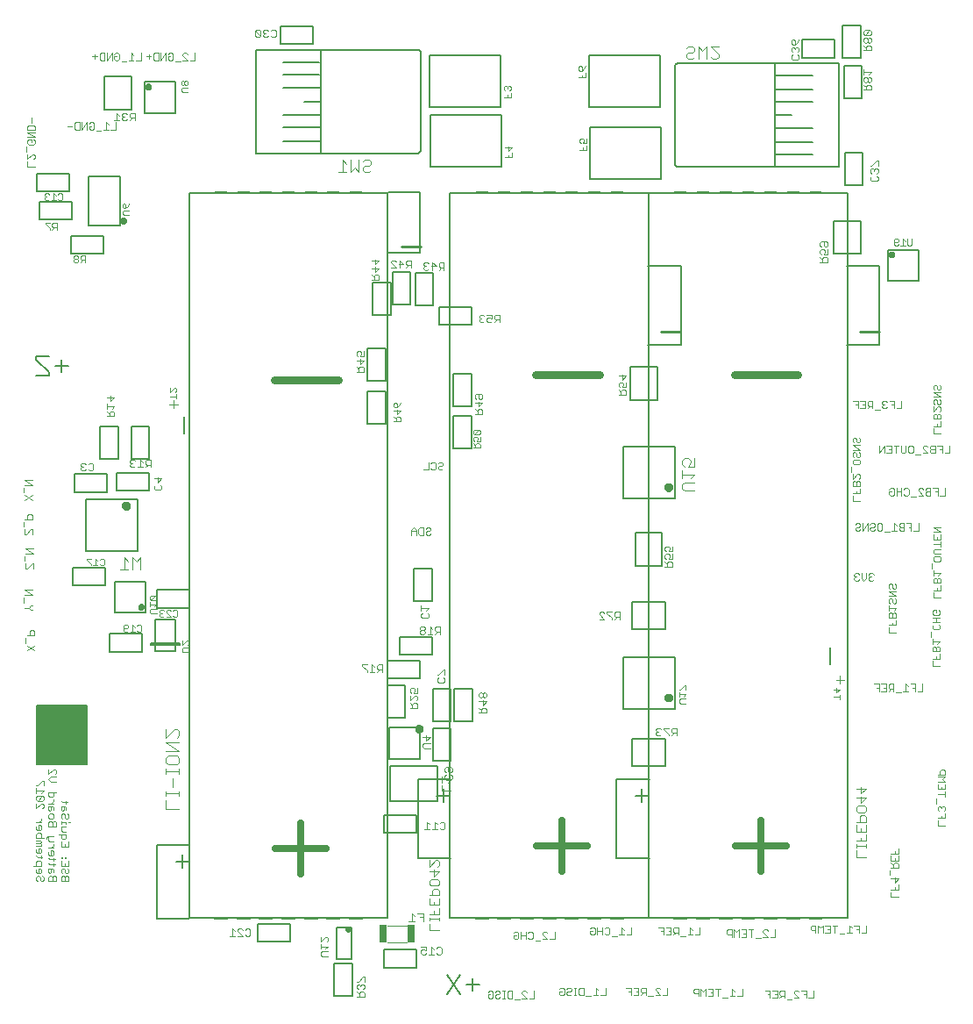
<source format=gbo>
G75*
%MOIN*%
%OFA0B0*%
%FSLAX25Y25*%
%IPPOS*%
%LPD*%
%AMOC8*
5,1,8,0,0,1.08239X$1,22.5*
%
%ADD10C,0.00300*%
%ADD11C,0.00600*%
%ADD12C,0.00500*%
%ADD13C,0.02500*%
%ADD14C,0.03100*%
%ADD15C,0.00900*%
%ADD16C,0.01575*%
%ADD17C,0.00400*%
%ADD18C,0.00200*%
%ADD19C,0.01181*%
%ADD20C,0.01500*%
%ADD21C,0.00787*%
%ADD22R,0.02953X0.06693*%
D10*
X0052032Y0120259D02*
X0051556Y0120735D01*
X0051556Y0121685D01*
X0052032Y0122161D01*
X0052507Y0122161D01*
X0052982Y0121685D01*
X0052982Y0120735D01*
X0053458Y0120259D01*
X0053933Y0120259D01*
X0054408Y0120735D01*
X0054408Y0121685D01*
X0053933Y0122161D01*
X0052982Y0123159D02*
X0053458Y0123635D01*
X0053458Y0124585D01*
X0052982Y0125061D01*
X0052507Y0125061D01*
X0052507Y0123159D01*
X0052032Y0123159D02*
X0052982Y0123159D01*
X0052032Y0123159D02*
X0051556Y0123635D01*
X0051556Y0124585D01*
X0051556Y0126059D02*
X0051556Y0127486D01*
X0052032Y0127961D01*
X0052982Y0127961D01*
X0053458Y0127486D01*
X0053458Y0126059D01*
X0050606Y0126059D01*
X0052032Y0129435D02*
X0051556Y0129910D01*
X0052032Y0129435D02*
X0053933Y0129435D01*
X0053458Y0128960D02*
X0053458Y0129910D01*
X0052982Y0130893D02*
X0053458Y0131368D01*
X0053458Y0132319D01*
X0052982Y0132794D01*
X0052507Y0132794D01*
X0052507Y0130893D01*
X0052032Y0130893D02*
X0052982Y0130893D01*
X0052032Y0130893D02*
X0051556Y0131368D01*
X0051556Y0132319D01*
X0051556Y0133793D02*
X0053458Y0133793D01*
X0053458Y0134268D01*
X0052982Y0134744D01*
X0053458Y0135219D01*
X0052982Y0135694D01*
X0051556Y0135694D01*
X0051556Y0134744D02*
X0052982Y0134744D01*
X0053458Y0136693D02*
X0053458Y0138119D01*
X0052982Y0138595D01*
X0052032Y0138595D01*
X0051556Y0138119D01*
X0051556Y0136693D01*
X0054408Y0136693D01*
X0055330Y0136669D02*
X0055330Y0136194D01*
X0055330Y0136669D02*
X0055805Y0137145D01*
X0058182Y0137145D01*
X0056281Y0137145D02*
X0056281Y0135719D01*
X0056756Y0135243D01*
X0058182Y0135243D01*
X0058182Y0134252D02*
X0058182Y0133777D01*
X0057231Y0132826D01*
X0056281Y0132826D02*
X0058182Y0132826D01*
X0057707Y0131828D02*
X0057231Y0131828D01*
X0057231Y0129926D01*
X0056756Y0129926D02*
X0057707Y0129926D01*
X0058182Y0130402D01*
X0058182Y0131352D01*
X0057707Y0131828D01*
X0056281Y0131352D02*
X0056281Y0130402D01*
X0056756Y0129926D01*
X0056281Y0128944D02*
X0056756Y0128468D01*
X0058657Y0128468D01*
X0058182Y0127993D02*
X0058182Y0128944D01*
X0058182Y0127010D02*
X0058182Y0126059D01*
X0058657Y0126535D02*
X0056756Y0126535D01*
X0056281Y0127010D01*
X0056281Y0125061D02*
X0056281Y0123635D01*
X0056756Y0123159D01*
X0057231Y0123635D01*
X0057231Y0125061D01*
X0057707Y0125061D02*
X0056281Y0125061D01*
X0057707Y0125061D02*
X0058182Y0124585D01*
X0058182Y0123635D01*
X0058182Y0122161D02*
X0057707Y0121685D01*
X0057707Y0120259D01*
X0059133Y0120259D02*
X0059133Y0121685D01*
X0058657Y0122161D01*
X0058182Y0122161D01*
X0057707Y0121685D02*
X0057231Y0122161D01*
X0056756Y0122161D01*
X0056281Y0121685D01*
X0056281Y0120259D01*
X0059133Y0120259D01*
X0061005Y0120259D02*
X0061005Y0121685D01*
X0061480Y0122161D01*
X0061956Y0122161D01*
X0062431Y0121685D01*
X0062431Y0120259D01*
X0061005Y0120259D02*
X0063857Y0120259D01*
X0063857Y0121685D01*
X0063382Y0122161D01*
X0062906Y0122161D01*
X0062431Y0121685D01*
X0062906Y0123159D02*
X0062431Y0123635D01*
X0062431Y0124585D01*
X0061956Y0125061D01*
X0061480Y0125061D01*
X0061005Y0124585D01*
X0061005Y0123635D01*
X0061480Y0123159D01*
X0062906Y0123159D02*
X0063382Y0123159D01*
X0063857Y0123635D01*
X0063857Y0124585D01*
X0063382Y0125061D01*
X0063857Y0126059D02*
X0061005Y0126059D01*
X0061005Y0127961D01*
X0061005Y0128960D02*
X0061480Y0128960D01*
X0061480Y0129435D01*
X0061005Y0129435D01*
X0061005Y0128960D01*
X0062431Y0128960D02*
X0062906Y0128960D01*
X0062906Y0129435D01*
X0062431Y0129435D01*
X0062431Y0128960D01*
X0063857Y0127961D02*
X0063857Y0126059D01*
X0062431Y0126059D02*
X0062431Y0127010D01*
X0062431Y0133310D02*
X0062431Y0134260D01*
X0061005Y0133310D02*
X0061005Y0135211D01*
X0061480Y0136210D02*
X0061005Y0136685D01*
X0061005Y0138111D01*
X0060054Y0138111D02*
X0062906Y0138111D01*
X0062906Y0136685D01*
X0062431Y0136210D01*
X0061480Y0136210D01*
X0063857Y0135211D02*
X0063857Y0133310D01*
X0061005Y0133310D01*
X0061480Y0139110D02*
X0061005Y0139585D01*
X0061005Y0141011D01*
X0062906Y0141011D01*
X0062906Y0142010D02*
X0062906Y0142485D01*
X0061005Y0142485D01*
X0061005Y0142010D02*
X0061005Y0142961D01*
X0061480Y0143944D02*
X0061005Y0144419D01*
X0061005Y0145370D01*
X0061480Y0145845D01*
X0061956Y0145845D01*
X0062431Y0145370D01*
X0062431Y0144419D01*
X0062906Y0143944D01*
X0063382Y0143944D01*
X0063857Y0144419D01*
X0063857Y0145370D01*
X0063382Y0145845D01*
X0062906Y0147319D02*
X0062906Y0148270D01*
X0062431Y0148745D01*
X0061005Y0148745D01*
X0061005Y0147319D01*
X0061480Y0146844D01*
X0061956Y0147319D01*
X0061956Y0148745D01*
X0062906Y0149744D02*
X0062906Y0150694D01*
X0063382Y0150219D02*
X0061480Y0150219D01*
X0061005Y0150694D01*
X0058182Y0150694D02*
X0058182Y0151170D01*
X0058182Y0150694D02*
X0057231Y0149744D01*
X0056281Y0149744D02*
X0058182Y0149744D01*
X0057707Y0148745D02*
X0056281Y0148745D01*
X0056281Y0147319D01*
X0056756Y0146844D01*
X0057231Y0147319D01*
X0057231Y0148745D01*
X0057707Y0148745D02*
X0058182Y0148270D01*
X0058182Y0147319D01*
X0057707Y0145845D02*
X0058182Y0145370D01*
X0058182Y0144419D01*
X0057707Y0143944D01*
X0056756Y0143944D01*
X0056281Y0144419D01*
X0056281Y0145370D01*
X0056756Y0145845D01*
X0057707Y0145845D01*
X0058182Y0142945D02*
X0057707Y0142469D01*
X0057707Y0141043D01*
X0059133Y0141043D02*
X0059133Y0142469D01*
X0058657Y0142945D01*
X0058182Y0142945D01*
X0057707Y0142469D02*
X0057231Y0142945D01*
X0056756Y0142945D01*
X0056281Y0142469D01*
X0056281Y0141043D01*
X0059133Y0141043D01*
X0061480Y0139110D02*
X0062906Y0139110D01*
X0063857Y0142485D02*
X0064332Y0142485D01*
X0057707Y0152160D02*
X0058182Y0152636D01*
X0058182Y0154062D01*
X0059133Y0154062D02*
X0056281Y0154062D01*
X0056281Y0152636D01*
X0056756Y0152160D01*
X0057707Y0152160D01*
X0054408Y0152136D02*
X0053933Y0152612D01*
X0052032Y0150710D01*
X0051556Y0151186D01*
X0051556Y0152136D01*
X0052032Y0152612D01*
X0053933Y0152612D01*
X0054408Y0152136D02*
X0054408Y0151186D01*
X0053933Y0150710D01*
X0052032Y0150710D01*
X0051556Y0149712D02*
X0051556Y0147810D01*
X0053458Y0149712D01*
X0053933Y0149712D01*
X0054408Y0149236D01*
X0054408Y0148286D01*
X0053933Y0147810D01*
X0053458Y0143919D02*
X0053458Y0143444D01*
X0052507Y0142493D01*
X0051556Y0142493D02*
X0053458Y0142493D01*
X0052982Y0141495D02*
X0052507Y0141495D01*
X0052507Y0139593D01*
X0052982Y0139593D02*
X0053458Y0140069D01*
X0053458Y0141019D01*
X0052982Y0141495D01*
X0051556Y0141019D02*
X0051556Y0140069D01*
X0052032Y0139593D01*
X0052982Y0139593D01*
X0053458Y0153611D02*
X0054408Y0154561D01*
X0051556Y0154561D01*
X0051556Y0153611D02*
X0051556Y0155512D01*
X0051556Y0156511D02*
X0052032Y0156511D01*
X0053933Y0158412D01*
X0054408Y0158412D01*
X0054408Y0156511D01*
X0056281Y0158911D02*
X0057231Y0159862D01*
X0059133Y0159862D01*
X0058657Y0160861D02*
X0059133Y0161336D01*
X0059133Y0162287D01*
X0058657Y0162762D01*
X0058182Y0162762D01*
X0056281Y0160861D01*
X0056281Y0162762D01*
X0056281Y0158911D02*
X0057231Y0157961D01*
X0059133Y0157961D01*
X0050865Y0207817D02*
X0048013Y0209718D01*
X0047538Y0210717D02*
X0047538Y0212618D01*
X0048013Y0213617D02*
X0050865Y0213617D01*
X0050865Y0215043D01*
X0050390Y0215518D01*
X0049439Y0215518D01*
X0048964Y0215043D01*
X0048964Y0213617D01*
X0050865Y0209718D02*
X0048013Y0207817D01*
X0049602Y0223171D02*
X0048652Y0224122D01*
X0047226Y0224122D01*
X0048652Y0224122D02*
X0049602Y0225072D01*
X0050078Y0225072D01*
X0050078Y0223171D02*
X0049602Y0223171D01*
X0046750Y0226071D02*
X0046750Y0227972D01*
X0047226Y0228971D02*
X0050078Y0228971D01*
X0047226Y0230872D01*
X0050078Y0230872D01*
X0050471Y0238919D02*
X0050471Y0240820D01*
X0049996Y0240820D01*
X0048095Y0238919D01*
X0047619Y0238919D01*
X0047619Y0240820D01*
X0047144Y0241819D02*
X0047144Y0243720D01*
X0047619Y0244719D02*
X0050471Y0244719D01*
X0047619Y0246621D01*
X0050471Y0246621D01*
X0050078Y0251911D02*
X0050078Y0253812D01*
X0049602Y0253812D01*
X0047701Y0251911D01*
X0047226Y0251911D01*
X0047226Y0253812D01*
X0046750Y0254811D02*
X0046750Y0256713D01*
X0047226Y0257711D02*
X0050078Y0257711D01*
X0050078Y0259137D01*
X0049602Y0259613D01*
X0048652Y0259613D01*
X0048176Y0259137D01*
X0048176Y0257711D01*
X0047226Y0264903D02*
X0050078Y0266805D01*
X0050078Y0264903D02*
X0047226Y0266805D01*
X0046750Y0267803D02*
X0046750Y0269705D01*
X0047226Y0270703D02*
X0050078Y0270703D01*
X0047226Y0272605D01*
X0050078Y0272605D01*
X0068440Y0276734D02*
X0068915Y0276259D01*
X0069866Y0276259D01*
X0070341Y0276734D01*
X0071340Y0276734D02*
X0071816Y0276259D01*
X0072766Y0276259D01*
X0073242Y0276734D01*
X0073242Y0278636D01*
X0072766Y0279111D01*
X0071816Y0279111D01*
X0071340Y0278636D01*
X0070341Y0278636D02*
X0069866Y0279111D01*
X0068915Y0279111D01*
X0068440Y0278636D01*
X0068440Y0278160D01*
X0068915Y0277685D01*
X0068440Y0277210D01*
X0068440Y0276734D01*
X0068915Y0277685D02*
X0069391Y0277685D01*
X0087259Y0277975D02*
X0087735Y0277499D01*
X0088685Y0277499D01*
X0089161Y0277975D01*
X0090160Y0277499D02*
X0092061Y0277499D01*
X0091110Y0277499D02*
X0091110Y0280351D01*
X0092061Y0279401D01*
X0093060Y0279876D02*
X0093060Y0278925D01*
X0093535Y0278450D01*
X0094961Y0278450D01*
X0094010Y0278450D02*
X0093060Y0277499D01*
X0094961Y0277499D02*
X0094961Y0280351D01*
X0093535Y0280351D01*
X0093060Y0279876D01*
X0089161Y0279876D02*
X0088685Y0280351D01*
X0087735Y0280351D01*
X0087259Y0279876D01*
X0087259Y0279401D01*
X0087735Y0278925D01*
X0087259Y0278450D01*
X0087259Y0277975D01*
X0087735Y0278925D02*
X0088210Y0278925D01*
X0096350Y0273162D02*
X0099202Y0273162D01*
X0097776Y0271736D01*
X0097776Y0273637D01*
X0098726Y0270737D02*
X0099202Y0270262D01*
X0099202Y0269311D01*
X0098726Y0268836D01*
X0096825Y0268836D01*
X0096350Y0269311D01*
X0096350Y0270262D01*
X0096825Y0270737D01*
X0081280Y0296844D02*
X0078428Y0296844D01*
X0079379Y0296844D02*
X0079379Y0298270D01*
X0079854Y0298745D01*
X0080805Y0298745D01*
X0081280Y0298270D01*
X0081280Y0296844D01*
X0079379Y0297794D02*
X0078428Y0298745D01*
X0078428Y0299744D02*
X0078428Y0301645D01*
X0078428Y0300694D02*
X0081280Y0300694D01*
X0080330Y0299744D01*
X0079854Y0302644D02*
X0079854Y0304545D01*
X0078428Y0304070D02*
X0081280Y0304070D01*
X0079854Y0302644D01*
X0081271Y0409218D02*
X0083172Y0409218D01*
X0082221Y0409218D02*
X0082221Y0412070D01*
X0083172Y0411119D01*
X0084171Y0411119D02*
X0084646Y0410644D01*
X0084171Y0410168D01*
X0084171Y0409693D01*
X0084646Y0409218D01*
X0085597Y0409218D01*
X0086072Y0409693D01*
X0087071Y0409218D02*
X0088022Y0410168D01*
X0087546Y0410168D02*
X0088972Y0410168D01*
X0088972Y0409218D02*
X0088972Y0412070D01*
X0087546Y0412070D01*
X0087071Y0411594D01*
X0087071Y0410644D01*
X0087546Y0410168D01*
X0086072Y0411594D02*
X0085597Y0412070D01*
X0084646Y0412070D01*
X0084171Y0411594D01*
X0084171Y0411119D01*
X0084646Y0410644D02*
X0085122Y0410644D01*
X0134944Y0441301D02*
X0135419Y0440826D01*
X0136370Y0440826D01*
X0136845Y0441301D01*
X0134944Y0443203D01*
X0134944Y0441301D01*
X0136845Y0441301D02*
X0136845Y0443203D01*
X0136370Y0443678D01*
X0135419Y0443678D01*
X0134944Y0443203D01*
X0137844Y0443203D02*
X0137844Y0442727D01*
X0138319Y0442252D01*
X0137844Y0441777D01*
X0137844Y0441301D01*
X0138319Y0440826D01*
X0139270Y0440826D01*
X0139746Y0441301D01*
X0140744Y0441301D02*
X0141220Y0440826D01*
X0142170Y0440826D01*
X0142646Y0441301D01*
X0142646Y0443203D01*
X0142170Y0443678D01*
X0141220Y0443678D01*
X0140744Y0443203D01*
X0139746Y0443203D02*
X0139270Y0443678D01*
X0138319Y0443678D01*
X0137844Y0443203D01*
X0138319Y0442252D02*
X0138795Y0442252D01*
X0179015Y0355976D02*
X0181867Y0355976D01*
X0180441Y0354550D01*
X0180441Y0356451D01*
X0180441Y0353551D02*
X0180441Y0351650D01*
X0181867Y0353076D01*
X0179015Y0353076D01*
X0179015Y0350651D02*
X0179966Y0349700D01*
X0179966Y0350176D02*
X0179966Y0348750D01*
X0179015Y0348750D02*
X0181867Y0348750D01*
X0181867Y0350176D01*
X0181392Y0350651D01*
X0180441Y0350651D01*
X0179966Y0350176D01*
X0186456Y0353231D02*
X0188358Y0353231D01*
X0186456Y0355133D01*
X0186456Y0355608D01*
X0186932Y0356084D01*
X0187882Y0356084D01*
X0188358Y0355608D01*
X0189356Y0354658D02*
X0191258Y0354658D01*
X0189832Y0356084D01*
X0189832Y0353231D01*
X0192257Y0353231D02*
X0193207Y0354182D01*
X0192732Y0354182D02*
X0194158Y0354182D01*
X0194158Y0353231D02*
X0194158Y0356084D01*
X0192732Y0356084D01*
X0192257Y0355608D01*
X0192257Y0354658D01*
X0192732Y0354182D01*
X0198842Y0354345D02*
X0199317Y0353870D01*
X0198842Y0353395D01*
X0198842Y0352919D01*
X0199317Y0352444D01*
X0200268Y0352444D01*
X0200743Y0352919D01*
X0199793Y0353870D02*
X0199317Y0353870D01*
X0198842Y0354345D02*
X0198842Y0354821D01*
X0199317Y0355296D01*
X0200268Y0355296D01*
X0200743Y0354821D01*
X0201742Y0353870D02*
X0203644Y0353870D01*
X0202218Y0355296D01*
X0202218Y0352444D01*
X0204642Y0352444D02*
X0205593Y0353395D01*
X0205118Y0353395D02*
X0206544Y0353395D01*
X0206544Y0352444D02*
X0206544Y0355296D01*
X0205118Y0355296D01*
X0204642Y0354821D01*
X0204642Y0353870D01*
X0205118Y0353395D01*
X0220459Y0335410D02*
X0219983Y0334935D01*
X0219983Y0334460D01*
X0220459Y0333984D01*
X0219983Y0333509D01*
X0219983Y0333034D01*
X0220459Y0332558D01*
X0221409Y0332558D01*
X0221885Y0333034D01*
X0222884Y0333034D02*
X0223359Y0332558D01*
X0224310Y0332558D01*
X0224785Y0333034D01*
X0224785Y0333984D02*
X0223834Y0334460D01*
X0223359Y0334460D01*
X0222884Y0333984D01*
X0222884Y0333034D01*
X0224785Y0333984D02*
X0224785Y0335410D01*
X0222884Y0335410D01*
X0221885Y0334935D02*
X0221409Y0335410D01*
X0220459Y0335410D01*
X0220459Y0333984D02*
X0220934Y0333984D01*
X0225784Y0333984D02*
X0225784Y0334935D01*
X0226259Y0335410D01*
X0227685Y0335410D01*
X0227685Y0332558D01*
X0227685Y0333509D02*
X0226259Y0333509D01*
X0225784Y0333984D01*
X0226734Y0333509D02*
X0225784Y0332558D01*
X0220762Y0305270D02*
X0221237Y0304795D01*
X0221237Y0303844D01*
X0220762Y0303369D01*
X0220286Y0303369D01*
X0219811Y0303844D01*
X0219811Y0305270D01*
X0218860Y0305270D02*
X0220762Y0305270D01*
X0218860Y0305270D02*
X0218385Y0304795D01*
X0218385Y0303844D01*
X0218860Y0303369D01*
X0219811Y0302370D02*
X0219811Y0300469D01*
X0221237Y0301895D01*
X0218385Y0301895D01*
X0218385Y0299470D02*
X0219336Y0298519D01*
X0219336Y0298995D02*
X0219336Y0297569D01*
X0218385Y0297569D02*
X0221237Y0297569D01*
X0221237Y0298995D01*
X0220762Y0299470D01*
X0219811Y0299470D01*
X0219336Y0298995D01*
X0176162Y0313773D02*
X0176162Y0315199D01*
X0175687Y0315674D01*
X0174736Y0315674D01*
X0174261Y0315199D01*
X0174261Y0313773D01*
X0174261Y0314724D02*
X0173310Y0315674D01*
X0174736Y0316673D02*
X0174736Y0318574D01*
X0174736Y0319573D02*
X0175212Y0320524D01*
X0175212Y0320999D01*
X0174736Y0321474D01*
X0173786Y0321474D01*
X0173310Y0320999D01*
X0173310Y0320048D01*
X0173786Y0319573D01*
X0174736Y0319573D02*
X0176162Y0319573D01*
X0176162Y0321474D01*
X0176162Y0318099D02*
X0174736Y0316673D01*
X0173310Y0318099D02*
X0176162Y0318099D01*
X0176162Y0313773D02*
X0173310Y0313773D01*
X0197913Y0224955D02*
X0197913Y0223054D01*
X0197913Y0224005D02*
X0200765Y0224005D01*
X0199814Y0223054D01*
X0200289Y0222055D02*
X0200765Y0221580D01*
X0200765Y0220629D01*
X0200289Y0220154D01*
X0198388Y0220154D01*
X0197913Y0220629D01*
X0197913Y0221580D01*
X0198388Y0222055D01*
X0197924Y0216950D02*
X0197448Y0216474D01*
X0197448Y0215999D01*
X0197924Y0215524D01*
X0198874Y0215524D01*
X0199350Y0215999D01*
X0199350Y0216474D01*
X0198874Y0216950D01*
X0197924Y0216950D01*
X0197924Y0215524D02*
X0197448Y0215048D01*
X0197448Y0214573D01*
X0197924Y0214098D01*
X0198874Y0214098D01*
X0199350Y0214573D01*
X0199350Y0215048D01*
X0198874Y0215524D01*
X0200349Y0214098D02*
X0202250Y0214098D01*
X0201299Y0214098D02*
X0201299Y0216950D01*
X0202250Y0215999D01*
X0203249Y0216474D02*
X0203249Y0215524D01*
X0203724Y0215048D01*
X0205150Y0215048D01*
X0205150Y0214098D02*
X0205150Y0216950D01*
X0203724Y0216950D01*
X0203249Y0216474D01*
X0204199Y0215048D02*
X0203249Y0214098D01*
X0206396Y0200464D02*
X0204494Y0198563D01*
X0204019Y0198563D01*
X0204494Y0197564D02*
X0204019Y0197089D01*
X0204019Y0196138D01*
X0204494Y0195663D01*
X0206396Y0195663D01*
X0206871Y0196138D01*
X0206871Y0197089D01*
X0206396Y0197564D01*
X0206871Y0198563D02*
X0206871Y0200464D01*
X0206396Y0200464D01*
X0196509Y0193671D02*
X0196509Y0191770D01*
X0195083Y0191770D01*
X0195558Y0192721D01*
X0195558Y0193196D01*
X0195083Y0193671D01*
X0194132Y0193671D01*
X0193657Y0193196D01*
X0193657Y0192245D01*
X0194132Y0191770D01*
X0193657Y0190771D02*
X0193657Y0188870D01*
X0195558Y0190771D01*
X0196033Y0190771D01*
X0196509Y0190296D01*
X0196509Y0189345D01*
X0196033Y0188870D01*
X0196033Y0187871D02*
X0195083Y0187871D01*
X0194607Y0187396D01*
X0194607Y0185970D01*
X0193657Y0185970D02*
X0196509Y0185970D01*
X0196509Y0187396D01*
X0196033Y0187871D01*
X0194607Y0186920D02*
X0193657Y0187871D01*
X0198501Y0175111D02*
X0201353Y0175111D01*
X0199927Y0173685D01*
X0199927Y0175586D01*
X0198977Y0172686D02*
X0201353Y0172686D01*
X0201353Y0170785D02*
X0198977Y0170785D01*
X0198501Y0171260D01*
X0198501Y0172211D01*
X0198977Y0172686D01*
X0207325Y0163546D02*
X0209226Y0163546D01*
X0209702Y0163070D01*
X0209702Y0162120D01*
X0209226Y0161644D01*
X0208751Y0161644D01*
X0208276Y0162120D01*
X0208276Y0163546D01*
X0207325Y0163546D02*
X0206850Y0163070D01*
X0206850Y0162120D01*
X0207325Y0161644D01*
X0207325Y0160646D02*
X0206850Y0160170D01*
X0206850Y0159220D01*
X0207325Y0158744D01*
X0209226Y0158744D01*
X0209702Y0159220D01*
X0209702Y0160170D01*
X0209226Y0160646D01*
X0209133Y0158825D02*
X0205887Y0158825D01*
X0205887Y0159907D02*
X0205887Y0157742D01*
X0205887Y0156644D02*
X0205887Y0154480D01*
X0209133Y0154480D01*
X0208051Y0157742D02*
X0209133Y0158825D01*
X0206430Y0142773D02*
X0206905Y0142297D01*
X0206905Y0140396D01*
X0206430Y0139920D01*
X0205479Y0139920D01*
X0205004Y0140396D01*
X0204005Y0139920D02*
X0202104Y0139920D01*
X0203055Y0139920D02*
X0203055Y0142773D01*
X0204005Y0141822D01*
X0205004Y0142297D02*
X0205479Y0142773D01*
X0206430Y0142773D01*
X0201105Y0141822D02*
X0200155Y0142773D01*
X0200155Y0139920D01*
X0201105Y0139920D02*
X0199204Y0139920D01*
X0201044Y0128158D02*
X0201044Y0125732D01*
X0203471Y0128158D01*
X0204078Y0128158D01*
X0204685Y0127552D01*
X0204685Y0126338D01*
X0204078Y0125732D01*
X0202865Y0124533D02*
X0202865Y0122107D01*
X0204685Y0123927D01*
X0201044Y0123927D01*
X0201651Y0120908D02*
X0204078Y0120908D01*
X0204685Y0120302D01*
X0204685Y0119088D01*
X0204078Y0118481D01*
X0201651Y0118481D01*
X0201044Y0119088D01*
X0201044Y0120302D01*
X0201651Y0120908D01*
X0202865Y0117283D02*
X0202258Y0116676D01*
X0202258Y0114856D01*
X0201044Y0114856D02*
X0204685Y0114856D01*
X0204685Y0116676D01*
X0204078Y0117283D01*
X0202865Y0117283D01*
X0204685Y0113658D02*
X0204685Y0111231D01*
X0201044Y0111231D01*
X0201044Y0113658D01*
X0202865Y0112445D02*
X0202865Y0111231D01*
X0204685Y0110033D02*
X0204685Y0107606D01*
X0201044Y0107606D01*
X0201044Y0106403D02*
X0201044Y0105189D01*
X0201044Y0105796D02*
X0204685Y0105796D01*
X0204685Y0105189D02*
X0204685Y0106403D01*
X0202865Y0107606D02*
X0202865Y0108819D01*
X0198658Y0108121D02*
X0196494Y0108121D01*
X0195395Y0107039D02*
X0194313Y0108121D01*
X0194313Y0104875D01*
X0195395Y0104875D02*
X0193231Y0104875D01*
X0197576Y0106498D02*
X0198658Y0106498D01*
X0198658Y0104875D02*
X0198658Y0108121D01*
X0201044Y0103991D02*
X0201044Y0101564D01*
X0204685Y0101564D01*
X0204212Y0095253D02*
X0205162Y0095253D01*
X0205638Y0094777D01*
X0205638Y0092876D01*
X0205162Y0092401D01*
X0204212Y0092401D01*
X0203736Y0092876D01*
X0202738Y0092401D02*
X0200836Y0092401D01*
X0201787Y0092401D02*
X0201787Y0095253D01*
X0202738Y0094302D01*
X0203736Y0094777D02*
X0204212Y0095253D01*
X0199838Y0095253D02*
X0199838Y0093827D01*
X0198887Y0094302D01*
X0198412Y0094302D01*
X0197936Y0093827D01*
X0197936Y0092876D01*
X0198412Y0092401D01*
X0199362Y0092401D01*
X0199838Y0092876D01*
X0199838Y0095253D02*
X0197936Y0095253D01*
X0176355Y0084010D02*
X0175880Y0084010D01*
X0173978Y0082109D01*
X0173503Y0082109D01*
X0173978Y0081110D02*
X0173503Y0080635D01*
X0173503Y0079684D01*
X0173978Y0079209D01*
X0173503Y0078210D02*
X0174454Y0077259D01*
X0174454Y0077735D02*
X0174454Y0076309D01*
X0173503Y0076309D02*
X0176355Y0076309D01*
X0176355Y0077735D01*
X0175880Y0078210D01*
X0174929Y0078210D01*
X0174454Y0077735D01*
X0175880Y0079209D02*
X0176355Y0079684D01*
X0176355Y0080635D01*
X0175880Y0081110D01*
X0175405Y0081110D01*
X0174929Y0080635D01*
X0174454Y0081110D01*
X0173978Y0081110D01*
X0174929Y0080635D02*
X0174929Y0080159D01*
X0176355Y0082109D02*
X0176355Y0084010D01*
X0162440Y0091726D02*
X0160188Y0091726D01*
X0159737Y0092176D01*
X0159737Y0093077D01*
X0160188Y0093527D01*
X0162440Y0093527D01*
X0161539Y0094488D02*
X0162440Y0095389D01*
X0159737Y0095389D01*
X0159737Y0094488D02*
X0159737Y0096290D01*
X0159737Y0097251D02*
X0161539Y0099052D01*
X0161989Y0099052D01*
X0162440Y0098602D01*
X0162440Y0097701D01*
X0161989Y0097251D01*
X0159737Y0097251D02*
X0159737Y0099052D01*
X0132945Y0099888D02*
X0132470Y0099413D01*
X0131519Y0099413D01*
X0131044Y0099888D01*
X0130045Y0099413D02*
X0128144Y0101314D01*
X0128144Y0101789D01*
X0128619Y0102265D01*
X0129570Y0102265D01*
X0130045Y0101789D01*
X0131044Y0101789D02*
X0131519Y0102265D01*
X0132470Y0102265D01*
X0132945Y0101789D01*
X0132945Y0099888D01*
X0130045Y0099413D02*
X0128144Y0099413D01*
X0127145Y0099413D02*
X0125244Y0099413D01*
X0126194Y0099413D02*
X0126194Y0102265D01*
X0127145Y0101314D01*
X0177334Y0199688D02*
X0177334Y0200164D01*
X0175433Y0202065D01*
X0175433Y0202540D01*
X0177334Y0202540D01*
X0179283Y0202540D02*
X0179283Y0199688D01*
X0178333Y0199688D02*
X0180234Y0199688D01*
X0181233Y0199688D02*
X0182184Y0200639D01*
X0181708Y0200639D02*
X0183134Y0200639D01*
X0183134Y0199688D02*
X0183134Y0202540D01*
X0181708Y0202540D01*
X0181233Y0202065D01*
X0181233Y0201114D01*
X0181708Y0200639D01*
X0180234Y0201590D02*
X0179283Y0202540D01*
X0219869Y0191416D02*
X0219869Y0190466D01*
X0220345Y0189990D01*
X0220820Y0189990D01*
X0221295Y0190466D01*
X0221295Y0191416D01*
X0220820Y0191892D01*
X0220345Y0191892D01*
X0219869Y0191416D01*
X0221295Y0191416D02*
X0221771Y0191892D01*
X0222246Y0191892D01*
X0222721Y0191416D01*
X0222721Y0190466D01*
X0222246Y0189990D01*
X0221771Y0189990D01*
X0221295Y0190466D01*
X0221295Y0188992D02*
X0221295Y0187090D01*
X0222721Y0188516D01*
X0219869Y0188516D01*
X0219869Y0186092D02*
X0220820Y0185141D01*
X0220820Y0185616D02*
X0220820Y0184190D01*
X0219869Y0184190D02*
X0222721Y0184190D01*
X0222721Y0185616D01*
X0222246Y0186092D01*
X0221295Y0186092D01*
X0220820Y0185616D01*
X0265641Y0219667D02*
X0267542Y0219667D01*
X0265641Y0221568D01*
X0265641Y0222043D01*
X0266116Y0222519D01*
X0267067Y0222519D01*
X0267542Y0222043D01*
X0268541Y0222043D02*
X0270442Y0220142D01*
X0270442Y0219667D01*
X0271441Y0219667D02*
X0272392Y0220617D01*
X0271916Y0220617D02*
X0273342Y0220617D01*
X0273342Y0219667D02*
X0273342Y0222519D01*
X0271916Y0222519D01*
X0271441Y0222043D01*
X0271441Y0221093D01*
X0271916Y0220617D01*
X0270442Y0222519D02*
X0268541Y0222519D01*
X0268541Y0222043D01*
X0290533Y0239745D02*
X0293385Y0239745D01*
X0293385Y0241171D01*
X0292909Y0241647D01*
X0291959Y0241647D01*
X0291483Y0241171D01*
X0291483Y0239745D01*
X0291483Y0240696D02*
X0290533Y0241647D01*
X0291008Y0242645D02*
X0290533Y0243121D01*
X0290533Y0244071D01*
X0291008Y0244547D01*
X0291959Y0244547D01*
X0292434Y0244071D01*
X0292434Y0243596D01*
X0291959Y0242645D01*
X0293385Y0242645D01*
X0293385Y0244547D01*
X0293385Y0245545D02*
X0291959Y0245545D01*
X0292434Y0246496D01*
X0292434Y0246972D01*
X0291959Y0247447D01*
X0291008Y0247447D01*
X0290533Y0246972D01*
X0290533Y0246021D01*
X0291008Y0245545D01*
X0293385Y0245545D02*
X0293385Y0247447D01*
X0275810Y0304950D02*
X0275810Y0306376D01*
X0275335Y0306851D01*
X0274384Y0306851D01*
X0273909Y0306376D01*
X0273909Y0304950D01*
X0273909Y0305901D02*
X0272958Y0306851D01*
X0273433Y0307850D02*
X0272958Y0308325D01*
X0272958Y0309276D01*
X0273433Y0309751D01*
X0274384Y0309751D01*
X0274859Y0309276D01*
X0274859Y0308801D01*
X0274384Y0307850D01*
X0275810Y0307850D01*
X0275810Y0309751D01*
X0274384Y0310750D02*
X0274384Y0312652D01*
X0275810Y0312176D02*
X0274384Y0310750D01*
X0272958Y0312176D02*
X0275810Y0312176D01*
X0275810Y0304950D02*
X0272958Y0304950D01*
X0349588Y0355454D02*
X0352440Y0355454D01*
X0352440Y0356880D01*
X0351964Y0357356D01*
X0351014Y0357356D01*
X0350538Y0356880D01*
X0350538Y0355454D01*
X0350538Y0356405D02*
X0349588Y0357356D01*
X0350063Y0358354D02*
X0349588Y0358830D01*
X0349588Y0359781D01*
X0350063Y0360256D01*
X0351014Y0360256D01*
X0351489Y0359781D01*
X0351489Y0359305D01*
X0351014Y0358354D01*
X0352440Y0358354D01*
X0352440Y0360256D01*
X0351964Y0361255D02*
X0351489Y0361255D01*
X0351014Y0361730D01*
X0351014Y0363156D01*
X0351964Y0363156D02*
X0350063Y0363156D01*
X0349588Y0362681D01*
X0349588Y0361730D01*
X0350063Y0361255D01*
X0351964Y0361255D02*
X0352440Y0361730D01*
X0352440Y0362681D01*
X0351964Y0363156D01*
X0369254Y0386151D02*
X0368779Y0386627D01*
X0368779Y0387577D01*
X0369254Y0388053D01*
X0369254Y0389051D02*
X0368779Y0389527D01*
X0368779Y0390477D01*
X0369254Y0390953D01*
X0369729Y0390953D01*
X0370205Y0390477D01*
X0370205Y0390002D01*
X0370205Y0390477D02*
X0370680Y0390953D01*
X0371155Y0390953D01*
X0371631Y0390477D01*
X0371631Y0389527D01*
X0371155Y0389051D01*
X0371155Y0388053D02*
X0371631Y0387577D01*
X0371631Y0386627D01*
X0371155Y0386151D01*
X0369254Y0386151D01*
X0369254Y0391951D02*
X0368779Y0391951D01*
X0369254Y0391951D02*
X0371155Y0393853D01*
X0371631Y0393853D01*
X0371631Y0391951D01*
X0369076Y0420859D02*
X0366224Y0420859D01*
X0367174Y0420859D02*
X0367174Y0422285D01*
X0367650Y0422761D01*
X0368600Y0422761D01*
X0369076Y0422285D01*
X0369076Y0420859D01*
X0367174Y0421810D02*
X0366224Y0422761D01*
X0366699Y0423760D02*
X0366224Y0424235D01*
X0366224Y0425186D01*
X0366699Y0425661D01*
X0367174Y0425661D01*
X0367650Y0425186D01*
X0367650Y0424235D01*
X0368125Y0423760D01*
X0368600Y0423760D01*
X0369076Y0424235D01*
X0369076Y0425186D01*
X0368600Y0425661D01*
X0368125Y0425661D01*
X0367650Y0425186D01*
X0367650Y0424235D02*
X0367174Y0423760D01*
X0366699Y0423760D01*
X0366224Y0426660D02*
X0366224Y0428561D01*
X0366224Y0427610D02*
X0369076Y0427610D01*
X0368125Y0426660D01*
X0369076Y0435820D02*
X0366224Y0435820D01*
X0367174Y0435820D02*
X0367174Y0437246D01*
X0367650Y0437721D01*
X0368600Y0437721D01*
X0369076Y0437246D01*
X0369076Y0435820D01*
X0367174Y0436771D02*
X0366224Y0437721D01*
X0366699Y0438720D02*
X0366224Y0439196D01*
X0366224Y0440146D01*
X0366699Y0440622D01*
X0367174Y0440622D01*
X0367650Y0440146D01*
X0367650Y0439196D01*
X0368125Y0438720D01*
X0368600Y0438720D01*
X0369076Y0439196D01*
X0369076Y0440146D01*
X0368600Y0440622D01*
X0368125Y0440622D01*
X0367650Y0440146D01*
X0367650Y0439196D02*
X0367174Y0438720D01*
X0366699Y0438720D01*
X0366699Y0441620D02*
X0368600Y0443522D01*
X0366699Y0443522D01*
X0366224Y0443046D01*
X0366224Y0442096D01*
X0366699Y0441620D01*
X0368600Y0441620D01*
X0369076Y0442096D01*
X0369076Y0443046D01*
X0368600Y0443522D01*
X0341517Y0439978D02*
X0341041Y0439028D01*
X0340091Y0438077D01*
X0340091Y0439503D01*
X0339615Y0439978D01*
X0339140Y0439978D01*
X0338665Y0439503D01*
X0338665Y0438552D01*
X0339140Y0438077D01*
X0340091Y0438077D01*
X0340566Y0437078D02*
X0340091Y0436603D01*
X0339615Y0437078D01*
X0339140Y0437078D01*
X0338665Y0436603D01*
X0338665Y0435652D01*
X0339140Y0435177D01*
X0339140Y0434178D02*
X0338665Y0433703D01*
X0338665Y0432752D01*
X0339140Y0432277D01*
X0341041Y0432277D01*
X0341517Y0432752D01*
X0341517Y0433703D01*
X0341041Y0434178D01*
X0341041Y0435177D02*
X0341517Y0435652D01*
X0341517Y0436603D01*
X0341041Y0437078D01*
X0340566Y0437078D01*
X0340091Y0436603D02*
X0340091Y0436128D01*
X0294957Y0178424D02*
X0293531Y0178424D01*
X0293056Y0177949D01*
X0293056Y0176998D01*
X0293531Y0176523D01*
X0294957Y0176523D01*
X0294006Y0176523D02*
X0293056Y0175572D01*
X0292057Y0175572D02*
X0292057Y0176047D01*
X0290156Y0177949D01*
X0290156Y0178424D01*
X0292057Y0178424D01*
X0294957Y0178424D02*
X0294957Y0175572D01*
X0289157Y0176047D02*
X0288682Y0175572D01*
X0287731Y0175572D01*
X0287256Y0176047D01*
X0287256Y0176523D01*
X0287731Y0176998D01*
X0288206Y0176998D01*
X0287731Y0176998D02*
X0287256Y0177473D01*
X0287256Y0177949D01*
X0287731Y0178424D01*
X0288682Y0178424D01*
X0289157Y0177949D01*
X0363422Y0155442D02*
X0367063Y0155442D01*
X0365242Y0153622D01*
X0365242Y0156048D01*
X0365242Y0152423D02*
X0365242Y0149996D01*
X0367063Y0151816D01*
X0363422Y0151816D01*
X0364029Y0148798D02*
X0366456Y0148798D01*
X0367063Y0148191D01*
X0367063Y0146978D01*
X0366456Y0146371D01*
X0364029Y0146371D01*
X0363422Y0146978D01*
X0363422Y0148191D01*
X0364029Y0148798D01*
X0365242Y0145173D02*
X0364636Y0144566D01*
X0364636Y0142746D01*
X0363422Y0142746D02*
X0367063Y0142746D01*
X0367063Y0144566D01*
X0366456Y0145173D01*
X0365242Y0145173D01*
X0363422Y0141548D02*
X0363422Y0139121D01*
X0367063Y0139121D01*
X0367063Y0141548D01*
X0365242Y0140334D02*
X0365242Y0139121D01*
X0367063Y0137923D02*
X0367063Y0135496D01*
X0363422Y0135496D01*
X0363422Y0134292D02*
X0363422Y0133079D01*
X0363422Y0133686D02*
X0367063Y0133686D01*
X0367063Y0134292D02*
X0367063Y0133079D01*
X0365242Y0135496D02*
X0365242Y0136709D01*
X0363422Y0131881D02*
X0363422Y0129454D01*
X0367063Y0129454D01*
D11*
X0284341Y0152787D02*
X0279487Y0152787D01*
X0281914Y0150361D02*
X0281914Y0155214D01*
X0220004Y0080937D02*
X0215150Y0080937D01*
X0217577Y0083364D02*
X0217577Y0078510D01*
X0212754Y0077297D02*
X0207900Y0084577D01*
X0212754Y0084577D02*
X0207900Y0077297D01*
X0171532Y0090603D02*
X0171532Y0102761D01*
X0165922Y0102761D01*
X0165922Y0090603D01*
X0171532Y0090603D01*
X0206324Y0150361D02*
X0206324Y0155214D01*
X0208750Y0152787D02*
X0203897Y0152787D01*
X0109538Y0127787D02*
X0104684Y0127787D01*
X0107111Y0125361D02*
X0107111Y0130214D01*
X0070698Y0164792D02*
X0070698Y0186839D01*
X0066367Y0186839D01*
X0051800Y0186839D01*
X0051800Y0164792D01*
X0070698Y0164792D01*
X0070698Y0164837D02*
X0051800Y0164837D01*
X0051800Y0165435D02*
X0070698Y0165435D01*
X0070698Y0166034D02*
X0051800Y0166034D01*
X0051800Y0166632D02*
X0070698Y0166632D01*
X0070698Y0167231D02*
X0051800Y0167231D01*
X0051800Y0167829D02*
X0070698Y0167829D01*
X0070698Y0168428D02*
X0051800Y0168428D01*
X0051800Y0169026D02*
X0070698Y0169026D01*
X0070698Y0169625D02*
X0051800Y0169625D01*
X0051800Y0170223D02*
X0070698Y0170223D01*
X0070698Y0170822D02*
X0051800Y0170822D01*
X0051800Y0171421D02*
X0070698Y0171421D01*
X0070698Y0172019D02*
X0051800Y0172019D01*
X0051800Y0172618D02*
X0070698Y0172618D01*
X0070698Y0173216D02*
X0051800Y0173216D01*
X0051800Y0173815D02*
X0070698Y0173815D01*
X0070698Y0174413D02*
X0051800Y0174413D01*
X0051800Y0175012D02*
X0070698Y0175012D01*
X0070698Y0175610D02*
X0051800Y0175610D01*
X0051800Y0176209D02*
X0070698Y0176209D01*
X0070698Y0176807D02*
X0051800Y0176807D01*
X0051800Y0177406D02*
X0070698Y0177406D01*
X0070698Y0178004D02*
X0051800Y0178004D01*
X0051800Y0178603D02*
X0070698Y0178603D01*
X0070698Y0179201D02*
X0051800Y0179201D01*
X0051800Y0179800D02*
X0070698Y0179800D01*
X0070698Y0180398D02*
X0051800Y0180398D01*
X0051800Y0180997D02*
X0070698Y0180997D01*
X0070698Y0181595D02*
X0051800Y0181595D01*
X0051800Y0182194D02*
X0070698Y0182194D01*
X0070698Y0182792D02*
X0051800Y0182792D01*
X0051800Y0183391D02*
X0070698Y0183391D01*
X0070698Y0183989D02*
X0051800Y0183989D01*
X0051800Y0184588D02*
X0070698Y0184588D01*
X0070698Y0185186D02*
X0051800Y0185186D01*
X0051800Y0185785D02*
X0070698Y0185785D01*
X0070698Y0186383D02*
X0051800Y0186383D01*
X0051601Y0312336D02*
X0056454Y0312336D01*
X0056454Y0313550D01*
X0051601Y0318403D01*
X0051601Y0319616D01*
X0056454Y0319616D01*
X0058851Y0315976D02*
X0063705Y0315976D01*
X0061278Y0313550D02*
X0061278Y0318403D01*
D12*
X0075952Y0293003D02*
X0082767Y0293006D01*
X0082767Y0280675D01*
X0075949Y0280675D01*
X0075952Y0293003D01*
X0087762Y0293004D02*
X0087762Y0280673D01*
X0094577Y0280676D01*
X0094580Y0293004D01*
X0087762Y0293004D01*
X0082248Y0275287D02*
X0094579Y0275287D01*
X0094578Y0268469D01*
X0082251Y0268472D01*
X0082248Y0275287D01*
X0078436Y0274892D02*
X0078439Y0268077D01*
X0066108Y0268077D01*
X0066108Y0274895D01*
X0078436Y0274892D01*
X0070304Y0265186D02*
X0089989Y0265186D01*
X0089989Y0245501D01*
X0070304Y0245501D01*
X0070304Y0265186D01*
X0065318Y0239460D02*
X0077650Y0239460D01*
X0077649Y0232642D01*
X0065322Y0232645D01*
X0065318Y0239460D01*
X0081328Y0234083D02*
X0081328Y0222272D01*
X0093139Y0222272D01*
X0093139Y0234083D01*
X0081328Y0234083D01*
X0097604Y0230801D02*
X0097604Y0223983D01*
X0109935Y0223982D01*
X0109932Y0230797D01*
X0097604Y0230801D01*
X0096682Y0219517D02*
X0096682Y0210461D01*
X0095107Y0210461D01*
X0095107Y0210068D01*
X0106131Y0210068D01*
X0106131Y0210461D01*
X0104556Y0210461D01*
X0096682Y0210461D01*
X0096682Y0210068D01*
X0104556Y0210068D01*
X0104556Y0210461D01*
X0104556Y0219517D01*
X0096682Y0219517D01*
X0091823Y0214263D02*
X0079492Y0214264D01*
X0079495Y0207448D01*
X0091822Y0207445D01*
X0091823Y0214263D01*
X0096682Y0210068D02*
X0096682Y0207706D01*
X0104556Y0207706D01*
X0104556Y0210068D01*
X0109469Y0133926D02*
X0097469Y0133926D01*
X0097469Y0105926D01*
X0109469Y0105926D01*
X0109674Y0106131D02*
X0109674Y0381721D01*
X0185265Y0381721D01*
X0185265Y0106131D01*
X0109674Y0106131D01*
X0119469Y0105926D02*
X0124095Y0105926D01*
X0128032Y0105926D02*
X0132657Y0105926D01*
X0135791Y0104027D02*
X0148122Y0104027D01*
X0148122Y0097209D01*
X0135794Y0097212D01*
X0135791Y0104027D01*
X0136594Y0105926D02*
X0141220Y0105926D01*
X0145157Y0105926D02*
X0149782Y0105926D01*
X0153719Y0105926D02*
X0158344Y0105926D01*
X0162281Y0105926D02*
X0166907Y0105926D01*
X0170844Y0105926D02*
X0175469Y0105926D01*
X0183822Y0094185D02*
X0196154Y0094184D01*
X0196153Y0087366D01*
X0183826Y0087370D01*
X0183822Y0094185D01*
X0171746Y0089067D02*
X0171742Y0076739D01*
X0164927Y0076736D01*
X0164928Y0089067D01*
X0171746Y0089067D01*
X0196682Y0128926D02*
X0196682Y0158926D01*
X0209182Y0158926D01*
X0204162Y0164005D02*
X0186052Y0164005D01*
X0186052Y0150619D01*
X0204162Y0150619D01*
X0204162Y0164005D01*
X0202329Y0166106D02*
X0202329Y0178437D01*
X0209147Y0178437D01*
X0209144Y0166109D01*
X0202329Y0166106D01*
X0197469Y0166761D02*
X0197469Y0178572D01*
X0185658Y0178572D01*
X0185658Y0166761D01*
X0197469Y0166761D01*
X0202327Y0181069D02*
X0202330Y0193396D01*
X0209145Y0193400D01*
X0209145Y0181068D01*
X0202327Y0181069D01*
X0210596Y0181066D02*
X0210597Y0193398D01*
X0217415Y0193397D01*
X0217412Y0181070D01*
X0210596Y0181066D01*
X0197334Y0197209D02*
X0185007Y0197212D01*
X0185004Y0204027D01*
X0197335Y0204027D01*
X0197334Y0197209D01*
X0191824Y0194578D02*
X0191821Y0182251D01*
X0185006Y0182248D01*
X0185006Y0194579D01*
X0191824Y0194578D01*
X0189731Y0206267D02*
X0189728Y0213082D01*
X0202059Y0213082D01*
X0202059Y0206264D01*
X0189731Y0206267D01*
X0195242Y0226736D02*
X0195243Y0239067D01*
X0202061Y0239067D01*
X0202057Y0226739D01*
X0195242Y0226736D01*
X0210201Y0284612D02*
X0210204Y0296940D01*
X0217019Y0296943D01*
X0217019Y0284612D01*
X0210201Y0284612D01*
X0210203Y0300752D02*
X0210203Y0313083D01*
X0217021Y0313082D01*
X0217018Y0300755D01*
X0210203Y0300752D01*
X0184342Y0306392D02*
X0184342Y0294060D01*
X0177524Y0294061D01*
X0177527Y0306388D01*
X0184342Y0306392D01*
X0184342Y0310202D02*
X0184342Y0322534D01*
X0177527Y0322530D01*
X0177524Y0310203D01*
X0184342Y0310202D01*
X0204690Y0331463D02*
X0217022Y0331462D01*
X0217018Y0338278D01*
X0204691Y0338281D01*
X0204690Y0331463D01*
X0202452Y0338942D02*
X0202453Y0351274D01*
X0195637Y0351270D01*
X0195634Y0338943D01*
X0202452Y0338942D01*
X0193790Y0339336D02*
X0193791Y0351667D01*
X0186976Y0351664D01*
X0186973Y0339337D01*
X0193790Y0339336D01*
X0186309Y0335401D02*
X0186312Y0347728D01*
X0179495Y0347729D01*
X0179494Y0335397D01*
X0186309Y0335401D01*
X0185469Y0358926D02*
X0197469Y0358926D01*
X0197469Y0381926D01*
X0185469Y0381926D01*
X0175469Y0381926D02*
X0170844Y0381926D01*
X0166907Y0381926D02*
X0162281Y0381926D01*
X0158344Y0381926D02*
X0153719Y0381926D01*
X0149782Y0381926D02*
X0145157Y0381926D01*
X0141220Y0381926D02*
X0136594Y0381926D01*
X0132657Y0381926D02*
X0128032Y0381926D01*
X0124095Y0381926D02*
X0119469Y0381926D01*
X0135265Y0396682D02*
X0159674Y0396682D01*
X0159674Y0401406D01*
X0145501Y0401406D01*
X0145501Y0406524D02*
X0159674Y0406524D01*
X0159674Y0411249D01*
X0145501Y0411249D01*
X0153375Y0416367D02*
X0159674Y0416367D01*
X0159674Y0421485D01*
X0145501Y0421485D01*
X0145501Y0426603D02*
X0159280Y0426603D01*
X0159280Y0431328D02*
X0145501Y0431328D01*
X0144454Y0438156D02*
X0156785Y0438155D01*
X0156782Y0444971D01*
X0144455Y0444974D01*
X0144454Y0438156D01*
X0135265Y0436052D02*
X0159674Y0436052D01*
X0159674Y0421485D01*
X0159674Y0416367D02*
X0159674Y0411249D01*
X0159674Y0406524D02*
X0159674Y0401406D01*
X0159674Y0396682D02*
X0196682Y0396682D01*
X0197863Y0397469D01*
X0197863Y0435265D01*
X0197076Y0436052D01*
X0159674Y0436052D01*
X0135265Y0436052D02*
X0135265Y0396682D01*
X0104556Y0412036D02*
X0104556Y0423847D01*
X0092745Y0423847D01*
X0092745Y0412036D01*
X0104556Y0412036D01*
X0087627Y0413217D02*
X0087627Y0425816D01*
X0077391Y0425816D01*
X0077391Y0413217D01*
X0087627Y0413217D01*
X0083375Y0387981D02*
X0071603Y0387981D01*
X0071603Y0369359D01*
X0083414Y0369359D01*
X0083375Y0387981D01*
X0065051Y0378436D02*
X0065051Y0371618D01*
X0052723Y0371622D01*
X0052720Y0378437D01*
X0065051Y0378436D01*
X0064266Y0382250D02*
X0064262Y0389065D01*
X0051935Y0389068D01*
X0051934Y0382251D01*
X0064266Y0382250D01*
X0064927Y0365446D02*
X0077254Y0365443D01*
X0077258Y0358628D01*
X0064927Y0358628D01*
X0064927Y0365446D01*
X0201406Y0391564D02*
X0228572Y0391564D01*
X0228572Y0411249D01*
X0228178Y0411249D01*
X0201406Y0411249D01*
X0201406Y0391564D01*
X0208887Y0381721D02*
X0208887Y0106131D01*
X0284477Y0106131D01*
X0284477Y0381721D01*
X0360068Y0381721D01*
X0360068Y0106131D01*
X0284477Y0106131D01*
X0284477Y0381721D01*
X0208887Y0381721D01*
X0218682Y0381926D02*
X0223307Y0381926D01*
X0227244Y0381926D02*
X0231870Y0381926D01*
X0235807Y0381926D02*
X0240432Y0381926D01*
X0244369Y0381926D02*
X0248995Y0381926D01*
X0252932Y0381926D02*
X0257557Y0381926D01*
X0261494Y0381926D02*
X0266119Y0381926D01*
X0270056Y0381926D02*
X0274682Y0381926D01*
X0262430Y0386839D02*
X0262036Y0386839D01*
X0262036Y0406524D01*
X0289202Y0406524D01*
X0289202Y0386839D01*
X0262430Y0386839D01*
X0262036Y0414398D02*
X0261643Y0414398D01*
X0261643Y0434083D01*
X0288808Y0434083D01*
X0288808Y0414398D01*
X0262036Y0414398D01*
X0228178Y0414398D02*
X0228178Y0434083D01*
X0227784Y0434083D01*
X0201013Y0434083D01*
X0201013Y0414398D01*
X0228178Y0414398D01*
X0284182Y0353926D02*
X0296682Y0353926D01*
X0296682Y0323926D01*
X0284182Y0323926D01*
X0287627Y0315580D02*
X0277391Y0315580D01*
X0277391Y0302981D01*
X0287627Y0302981D01*
X0287627Y0315580D01*
X0294320Y0285265D02*
X0274635Y0285265D01*
X0274635Y0265580D01*
X0294320Y0265580D01*
X0294320Y0285265D01*
X0289595Y0252587D02*
X0279359Y0252587D01*
X0279359Y0239989D01*
X0289595Y0239989D01*
X0289595Y0252587D01*
X0290776Y0226209D02*
X0278178Y0226209D01*
X0278178Y0215973D01*
X0290776Y0215973D01*
X0290776Y0226209D01*
X0294320Y0205343D02*
X0274635Y0205343D01*
X0274635Y0185658D01*
X0294320Y0185658D01*
X0294320Y0205343D01*
X0290776Y0174241D02*
X0278178Y0174241D01*
X0278178Y0164005D01*
X0290776Y0164005D01*
X0290776Y0174241D01*
X0284772Y0158926D02*
X0272272Y0158926D01*
X0272272Y0128926D01*
X0284772Y0128926D01*
X0294272Y0105926D02*
X0298898Y0105926D01*
X0302835Y0105926D02*
X0307460Y0105926D01*
X0311397Y0105926D02*
X0316023Y0105926D01*
X0319960Y0105926D02*
X0324585Y0105926D01*
X0328522Y0105926D02*
X0333148Y0105926D01*
X0337085Y0105926D02*
X0341710Y0105926D01*
X0345647Y0105926D02*
X0350272Y0105926D01*
X0274682Y0105926D02*
X0270056Y0105926D01*
X0266119Y0105926D02*
X0261494Y0105926D01*
X0257557Y0105926D02*
X0252932Y0105926D01*
X0248995Y0105926D02*
X0244369Y0105926D01*
X0240432Y0105926D02*
X0235807Y0105926D01*
X0231870Y0105926D02*
X0227244Y0105926D01*
X0223307Y0105926D02*
X0218682Y0105926D01*
X0209182Y0128926D02*
X0196682Y0128926D01*
X0196156Y0138549D02*
X0183824Y0138550D01*
X0183825Y0145368D01*
X0196152Y0145364D01*
X0196156Y0138549D01*
X0359772Y0323926D02*
X0372272Y0323926D01*
X0372272Y0353926D01*
X0359772Y0353926D01*
X0354950Y0358493D02*
X0365186Y0358493D01*
X0365186Y0371091D01*
X0354950Y0371091D01*
X0354950Y0358493D01*
X0375422Y0360068D02*
X0375422Y0348257D01*
X0387233Y0348257D01*
X0387233Y0360068D01*
X0375422Y0360068D01*
X0365837Y0384613D02*
X0359021Y0384610D01*
X0359022Y0396941D01*
X0365840Y0396941D01*
X0365837Y0384613D01*
X0356918Y0391564D02*
X0332509Y0391564D01*
X0332509Y0406131D01*
X0346682Y0406131D01*
X0346682Y0401013D02*
X0332902Y0401013D01*
X0332902Y0396288D02*
X0346682Y0396288D01*
X0356918Y0391564D02*
X0356918Y0430934D01*
X0332509Y0430934D01*
X0332509Y0426209D01*
X0346682Y0426209D01*
X0346682Y0421091D02*
X0332509Y0421091D01*
X0332509Y0416367D01*
X0346682Y0416367D01*
X0338808Y0411249D02*
X0332509Y0411249D01*
X0332509Y0406131D01*
X0332509Y0411249D02*
X0332509Y0416367D01*
X0332509Y0421091D02*
X0332509Y0426209D01*
X0332509Y0430934D02*
X0295501Y0430934D01*
X0294320Y0430146D01*
X0294320Y0392351D01*
X0295107Y0391564D01*
X0332509Y0391564D01*
X0333148Y0381926D02*
X0328522Y0381926D01*
X0324585Y0381926D02*
X0319960Y0381926D01*
X0316023Y0381926D02*
X0311397Y0381926D01*
X0307460Y0381926D02*
X0302835Y0381926D01*
X0298898Y0381926D02*
X0294272Y0381926D01*
X0337085Y0381926D02*
X0341710Y0381926D01*
X0345647Y0381926D02*
X0350272Y0381926D01*
X0358626Y0417683D02*
X0358629Y0430010D01*
X0365445Y0430014D01*
X0365444Y0417682D01*
X0358626Y0417683D01*
X0358234Y0433035D02*
X0358235Y0445366D01*
X0365053Y0445366D01*
X0365049Y0433038D01*
X0358234Y0433035D01*
X0355211Y0433037D02*
X0355207Y0439853D01*
X0342880Y0439856D01*
X0342879Y0433038D01*
X0355211Y0433037D01*
D13*
X0326964Y0143415D02*
X0326964Y0124068D01*
X0317291Y0133742D02*
X0336638Y0133742D01*
X0261047Y0133742D02*
X0241700Y0133742D01*
X0251374Y0143415D02*
X0251374Y0124068D01*
X0161835Y0132679D02*
X0142487Y0132679D01*
X0152161Y0142352D02*
X0152161Y0123005D01*
D14*
X0142222Y0310686D02*
X0166423Y0310686D01*
X0241435Y0312497D02*
X0265635Y0312497D01*
X0317025Y0312497D02*
X0341226Y0312497D01*
D15*
X0364788Y0328891D02*
X0372068Y0328891D01*
X0296477Y0328891D02*
X0289197Y0328891D01*
X0197765Y0361391D02*
X0190485Y0361391D01*
D16*
X0291170Y0269910D02*
X0291172Y0269966D01*
X0291178Y0270021D01*
X0291188Y0270075D01*
X0291201Y0270129D01*
X0291219Y0270182D01*
X0291240Y0270233D01*
X0291264Y0270283D01*
X0291292Y0270331D01*
X0291324Y0270377D01*
X0291358Y0270421D01*
X0291396Y0270462D01*
X0291436Y0270500D01*
X0291479Y0270535D01*
X0291524Y0270567D01*
X0291572Y0270596D01*
X0291621Y0270622D01*
X0291672Y0270644D01*
X0291724Y0270662D01*
X0291778Y0270676D01*
X0291833Y0270687D01*
X0291888Y0270694D01*
X0291943Y0270697D01*
X0291999Y0270696D01*
X0292054Y0270691D01*
X0292109Y0270682D01*
X0292163Y0270670D01*
X0292216Y0270653D01*
X0292268Y0270633D01*
X0292318Y0270609D01*
X0292366Y0270582D01*
X0292413Y0270552D01*
X0292457Y0270518D01*
X0292499Y0270481D01*
X0292537Y0270441D01*
X0292574Y0270399D01*
X0292607Y0270354D01*
X0292636Y0270308D01*
X0292663Y0270259D01*
X0292685Y0270208D01*
X0292705Y0270156D01*
X0292720Y0270102D01*
X0292732Y0270048D01*
X0292740Y0269993D01*
X0292744Y0269938D01*
X0292744Y0269882D01*
X0292740Y0269827D01*
X0292732Y0269772D01*
X0292720Y0269718D01*
X0292705Y0269664D01*
X0292685Y0269612D01*
X0292663Y0269561D01*
X0292636Y0269512D01*
X0292607Y0269466D01*
X0292574Y0269421D01*
X0292537Y0269379D01*
X0292499Y0269339D01*
X0292457Y0269302D01*
X0292413Y0269268D01*
X0292366Y0269238D01*
X0292318Y0269211D01*
X0292268Y0269187D01*
X0292216Y0269167D01*
X0292163Y0269150D01*
X0292109Y0269138D01*
X0292054Y0269129D01*
X0291999Y0269124D01*
X0291943Y0269123D01*
X0291888Y0269126D01*
X0291833Y0269133D01*
X0291778Y0269144D01*
X0291724Y0269158D01*
X0291672Y0269176D01*
X0291621Y0269198D01*
X0291572Y0269224D01*
X0291524Y0269253D01*
X0291479Y0269285D01*
X0291436Y0269320D01*
X0291396Y0269358D01*
X0291358Y0269399D01*
X0291324Y0269443D01*
X0291292Y0269489D01*
X0291264Y0269537D01*
X0291240Y0269587D01*
X0291219Y0269638D01*
X0291201Y0269691D01*
X0291188Y0269745D01*
X0291178Y0269799D01*
X0291172Y0269854D01*
X0291170Y0269910D01*
X0291170Y0189989D02*
X0291172Y0190045D01*
X0291178Y0190100D01*
X0291188Y0190154D01*
X0291201Y0190208D01*
X0291219Y0190261D01*
X0291240Y0190312D01*
X0291264Y0190362D01*
X0291292Y0190410D01*
X0291324Y0190456D01*
X0291358Y0190500D01*
X0291396Y0190541D01*
X0291436Y0190579D01*
X0291479Y0190614D01*
X0291524Y0190646D01*
X0291572Y0190675D01*
X0291621Y0190701D01*
X0291672Y0190723D01*
X0291724Y0190741D01*
X0291778Y0190755D01*
X0291833Y0190766D01*
X0291888Y0190773D01*
X0291943Y0190776D01*
X0291999Y0190775D01*
X0292054Y0190770D01*
X0292109Y0190761D01*
X0292163Y0190749D01*
X0292216Y0190732D01*
X0292268Y0190712D01*
X0292318Y0190688D01*
X0292366Y0190661D01*
X0292413Y0190631D01*
X0292457Y0190597D01*
X0292499Y0190560D01*
X0292537Y0190520D01*
X0292574Y0190478D01*
X0292607Y0190433D01*
X0292636Y0190387D01*
X0292663Y0190338D01*
X0292685Y0190287D01*
X0292705Y0190235D01*
X0292720Y0190181D01*
X0292732Y0190127D01*
X0292740Y0190072D01*
X0292744Y0190017D01*
X0292744Y0189961D01*
X0292740Y0189906D01*
X0292732Y0189851D01*
X0292720Y0189797D01*
X0292705Y0189743D01*
X0292685Y0189691D01*
X0292663Y0189640D01*
X0292636Y0189591D01*
X0292607Y0189545D01*
X0292574Y0189500D01*
X0292537Y0189458D01*
X0292499Y0189418D01*
X0292457Y0189381D01*
X0292413Y0189347D01*
X0292366Y0189317D01*
X0292318Y0189290D01*
X0292268Y0189266D01*
X0292216Y0189246D01*
X0292163Y0189229D01*
X0292109Y0189217D01*
X0292054Y0189208D01*
X0291999Y0189203D01*
X0291943Y0189202D01*
X0291888Y0189205D01*
X0291833Y0189212D01*
X0291778Y0189223D01*
X0291724Y0189237D01*
X0291672Y0189255D01*
X0291621Y0189277D01*
X0291572Y0189303D01*
X0291524Y0189332D01*
X0291479Y0189364D01*
X0291436Y0189399D01*
X0291396Y0189437D01*
X0291358Y0189478D01*
X0291324Y0189522D01*
X0291292Y0189568D01*
X0291264Y0189616D01*
X0291240Y0189666D01*
X0291219Y0189717D01*
X0291201Y0189770D01*
X0291188Y0189824D01*
X0291178Y0189878D01*
X0291172Y0189933D01*
X0291170Y0189989D01*
X0084871Y0262824D02*
X0084873Y0262880D01*
X0084879Y0262935D01*
X0084889Y0262989D01*
X0084902Y0263043D01*
X0084920Y0263096D01*
X0084941Y0263147D01*
X0084965Y0263197D01*
X0084993Y0263245D01*
X0085025Y0263291D01*
X0085059Y0263335D01*
X0085097Y0263376D01*
X0085137Y0263414D01*
X0085180Y0263449D01*
X0085225Y0263481D01*
X0085273Y0263510D01*
X0085322Y0263536D01*
X0085373Y0263558D01*
X0085425Y0263576D01*
X0085479Y0263590D01*
X0085534Y0263601D01*
X0085589Y0263608D01*
X0085644Y0263611D01*
X0085700Y0263610D01*
X0085755Y0263605D01*
X0085810Y0263596D01*
X0085864Y0263584D01*
X0085917Y0263567D01*
X0085969Y0263547D01*
X0086019Y0263523D01*
X0086067Y0263496D01*
X0086114Y0263466D01*
X0086158Y0263432D01*
X0086200Y0263395D01*
X0086238Y0263355D01*
X0086275Y0263313D01*
X0086308Y0263268D01*
X0086337Y0263222D01*
X0086364Y0263173D01*
X0086386Y0263122D01*
X0086406Y0263070D01*
X0086421Y0263016D01*
X0086433Y0262962D01*
X0086441Y0262907D01*
X0086445Y0262852D01*
X0086445Y0262796D01*
X0086441Y0262741D01*
X0086433Y0262686D01*
X0086421Y0262632D01*
X0086406Y0262578D01*
X0086386Y0262526D01*
X0086364Y0262475D01*
X0086337Y0262426D01*
X0086308Y0262380D01*
X0086275Y0262335D01*
X0086238Y0262293D01*
X0086200Y0262253D01*
X0086158Y0262216D01*
X0086114Y0262182D01*
X0086067Y0262152D01*
X0086019Y0262125D01*
X0085969Y0262101D01*
X0085917Y0262081D01*
X0085864Y0262064D01*
X0085810Y0262052D01*
X0085755Y0262043D01*
X0085700Y0262038D01*
X0085644Y0262037D01*
X0085589Y0262040D01*
X0085534Y0262047D01*
X0085479Y0262058D01*
X0085425Y0262072D01*
X0085373Y0262090D01*
X0085322Y0262112D01*
X0085273Y0262138D01*
X0085225Y0262167D01*
X0085180Y0262199D01*
X0085137Y0262234D01*
X0085097Y0262272D01*
X0085059Y0262313D01*
X0085025Y0262357D01*
X0084993Y0262403D01*
X0084965Y0262451D01*
X0084941Y0262501D01*
X0084920Y0262552D01*
X0084902Y0262605D01*
X0084889Y0262659D01*
X0084879Y0262713D01*
X0084873Y0262768D01*
X0084871Y0262824D01*
D17*
X0085024Y0243218D02*
X0085024Y0238614D01*
X0086558Y0238614D02*
X0083489Y0238614D01*
X0086558Y0241683D02*
X0085024Y0243218D01*
X0088093Y0243218D02*
X0088093Y0238614D01*
X0091162Y0238614D02*
X0091162Y0243218D01*
X0089628Y0241683D01*
X0088093Y0243218D01*
X0103808Y0299878D02*
X0103808Y0302948D01*
X0105343Y0301413D02*
X0102273Y0301413D01*
X0166528Y0389669D02*
X0169597Y0389669D01*
X0171132Y0389669D02*
X0171132Y0394273D01*
X0169597Y0392739D02*
X0168062Y0394273D01*
X0168062Y0389669D01*
X0171132Y0389669D02*
X0172666Y0391204D01*
X0174201Y0389669D01*
X0174201Y0394273D01*
X0175735Y0393506D02*
X0176503Y0394273D01*
X0178037Y0394273D01*
X0178805Y0393506D01*
X0178805Y0392739D01*
X0178037Y0391971D01*
X0176503Y0391971D01*
X0175735Y0391204D01*
X0175735Y0390437D01*
X0176503Y0389669D01*
X0178037Y0389669D01*
X0178805Y0390437D01*
X0298764Y0433425D02*
X0298764Y0434192D01*
X0299531Y0434959D01*
X0301066Y0434959D01*
X0301833Y0435727D01*
X0301833Y0436494D01*
X0301066Y0437261D01*
X0299531Y0437261D01*
X0298764Y0436494D01*
X0298764Y0433425D02*
X0299531Y0432657D01*
X0301066Y0432657D01*
X0301833Y0433425D01*
X0303368Y0432657D02*
X0303368Y0437261D01*
X0304902Y0435727D01*
X0306437Y0437261D01*
X0306437Y0432657D01*
X0307972Y0433425D02*
X0308739Y0432657D01*
X0310274Y0432657D01*
X0311041Y0433425D01*
X0311041Y0434192D01*
X0307972Y0437261D01*
X0311041Y0437261D01*
X0301880Y0280813D02*
X0301880Y0277743D01*
X0299578Y0277743D01*
X0300345Y0279278D01*
X0300345Y0280045D01*
X0299578Y0280813D01*
X0298043Y0280813D01*
X0297276Y0280045D01*
X0297276Y0278511D01*
X0298043Y0277743D01*
X0297276Y0276209D02*
X0297276Y0273139D01*
X0297276Y0274674D02*
X0301880Y0274674D01*
X0300345Y0273139D01*
X0301880Y0271605D02*
X0298043Y0271605D01*
X0297276Y0270837D01*
X0297276Y0269303D01*
X0298043Y0268535D01*
X0301880Y0268535D01*
X0357276Y0198256D02*
X0357276Y0195187D01*
X0358811Y0196722D02*
X0355742Y0196722D01*
X0192607Y0103324D02*
X0185009Y0103324D01*
X0185009Y0097127D02*
X0192607Y0097127D01*
X0105935Y0147574D02*
X0100819Y0147574D01*
X0100819Y0150984D01*
X0100819Y0152649D02*
X0100819Y0154354D01*
X0100819Y0153501D02*
X0105935Y0153501D01*
X0105935Y0152649D02*
X0105935Y0154354D01*
X0103377Y0156032D02*
X0103377Y0159443D01*
X0105935Y0161107D02*
X0105935Y0162813D01*
X0105935Y0161960D02*
X0100819Y0161960D01*
X0100819Y0161107D02*
X0100819Y0162813D01*
X0101672Y0164491D02*
X0100819Y0165344D01*
X0100819Y0167049D01*
X0101672Y0167902D01*
X0105082Y0167902D01*
X0105935Y0167049D01*
X0105935Y0165344D01*
X0105082Y0164491D01*
X0101672Y0164491D01*
X0100819Y0169566D02*
X0105935Y0169566D01*
X0100819Y0172977D01*
X0105935Y0172977D01*
X0105082Y0174641D02*
X0105935Y0175494D01*
X0105935Y0177199D01*
X0105082Y0178052D01*
X0104230Y0178052D01*
X0100819Y0174641D01*
X0100819Y0178052D01*
D18*
X0107018Y0207412D02*
X0107018Y0208691D01*
X0107444Y0209117D01*
X0109150Y0209117D01*
X0109576Y0208691D01*
X0109576Y0207412D01*
X0107018Y0207412D01*
X0107018Y0209949D02*
X0108723Y0211655D01*
X0109150Y0211655D01*
X0109576Y0211228D01*
X0109576Y0210376D01*
X0109150Y0209949D01*
X0107018Y0209949D02*
X0107018Y0211655D01*
X0104825Y0220676D02*
X0103972Y0220676D01*
X0103546Y0221102D01*
X0102714Y0220676D02*
X0101008Y0222381D01*
X0101008Y0222808D01*
X0101435Y0223234D01*
X0102287Y0223234D01*
X0102714Y0222808D01*
X0103546Y0222808D02*
X0103972Y0223234D01*
X0104825Y0223234D01*
X0105251Y0222808D01*
X0105251Y0221102D01*
X0104825Y0220676D01*
X0102714Y0220676D02*
X0101008Y0220676D01*
X0100176Y0221102D02*
X0099750Y0220676D01*
X0098897Y0220676D01*
X0098471Y0221102D01*
X0098471Y0221529D01*
X0098897Y0221955D01*
X0099323Y0221955D01*
X0098897Y0221955D02*
X0098471Y0222381D01*
X0098471Y0222808D01*
X0098897Y0223234D01*
X0099750Y0223234D01*
X0100176Y0222808D01*
X0097371Y0221979D02*
X0095240Y0221979D01*
X0094813Y0222405D01*
X0094813Y0223258D01*
X0095240Y0223684D01*
X0097371Y0223684D01*
X0096519Y0224516D02*
X0097371Y0225369D01*
X0094813Y0225369D01*
X0094813Y0224516D02*
X0094813Y0226222D01*
X0095240Y0227054D02*
X0096945Y0228759D01*
X0095240Y0228759D01*
X0094813Y0228333D01*
X0094813Y0227480D01*
X0095240Y0227054D01*
X0096945Y0227054D01*
X0097371Y0227480D01*
X0097371Y0228333D01*
X0096945Y0228759D01*
X0091162Y0217572D02*
X0091588Y0217145D01*
X0091588Y0215440D01*
X0091162Y0215014D01*
X0090309Y0215014D01*
X0089883Y0215440D01*
X0089051Y0215014D02*
X0087345Y0215014D01*
X0088198Y0215014D02*
X0088198Y0217572D01*
X0089051Y0216719D01*
X0089883Y0217145D02*
X0090309Y0217572D01*
X0091162Y0217572D01*
X0086513Y0217145D02*
X0086513Y0216719D01*
X0086087Y0216293D01*
X0084808Y0216293D01*
X0084808Y0217145D02*
X0085234Y0217572D01*
X0086087Y0217572D01*
X0086513Y0217145D01*
X0086513Y0215440D02*
X0086087Y0215014D01*
X0085234Y0215014D01*
X0084808Y0215440D01*
X0084808Y0217145D01*
X0076989Y0240211D02*
X0076136Y0240211D01*
X0075710Y0240637D01*
X0074878Y0240211D02*
X0073172Y0240211D01*
X0072340Y0240211D02*
X0072340Y0240637D01*
X0070635Y0242342D01*
X0070635Y0242769D01*
X0072340Y0242769D01*
X0074025Y0242769D02*
X0074025Y0240211D01*
X0074878Y0241916D02*
X0074025Y0242769D01*
X0075710Y0242342D02*
X0076136Y0242769D01*
X0076989Y0242769D01*
X0077415Y0242342D01*
X0077415Y0240637D01*
X0076989Y0240211D01*
X0104852Y0303518D02*
X0104852Y0305223D01*
X0104852Y0304370D02*
X0102294Y0304370D01*
X0102294Y0306055D02*
X0103999Y0307761D01*
X0104425Y0307761D01*
X0104852Y0307334D01*
X0104852Y0306482D01*
X0104425Y0306055D01*
X0102294Y0306055D02*
X0102294Y0307761D01*
X0070036Y0355322D02*
X0070036Y0357880D01*
X0068757Y0357880D01*
X0068331Y0357453D01*
X0068331Y0356601D01*
X0068757Y0356174D01*
X0070036Y0356174D01*
X0069184Y0356174D02*
X0068331Y0355322D01*
X0067499Y0355748D02*
X0067499Y0356174D01*
X0067072Y0356601D01*
X0066220Y0356601D01*
X0065793Y0356174D01*
X0065793Y0355748D01*
X0066220Y0355322D01*
X0067072Y0355322D01*
X0067499Y0355748D01*
X0067072Y0356601D02*
X0067499Y0357027D01*
X0067499Y0357453D01*
X0067072Y0357880D01*
X0066220Y0357880D01*
X0065793Y0357453D01*
X0065793Y0357027D01*
X0066220Y0356601D01*
X0059305Y0367770D02*
X0059305Y0370328D01*
X0058026Y0370328D01*
X0057600Y0369901D01*
X0057600Y0369049D01*
X0058026Y0368622D01*
X0059305Y0368622D01*
X0058452Y0368622D02*
X0057600Y0367770D01*
X0056767Y0367770D02*
X0056767Y0368196D01*
X0055062Y0369901D01*
X0055062Y0370328D01*
X0056767Y0370328D01*
X0057307Y0378944D02*
X0059013Y0378944D01*
X0058160Y0378944D02*
X0058160Y0381502D01*
X0059013Y0380649D01*
X0059845Y0381075D02*
X0060271Y0381502D01*
X0061124Y0381502D01*
X0061550Y0381075D01*
X0061550Y0379370D01*
X0061124Y0378944D01*
X0060271Y0378944D01*
X0059845Y0379370D01*
X0056475Y0379370D02*
X0056049Y0378944D01*
X0055196Y0378944D01*
X0054770Y0379370D01*
X0054770Y0379796D01*
X0055196Y0380223D01*
X0055622Y0380223D01*
X0055196Y0380223D02*
X0054770Y0380649D01*
X0054770Y0381075D01*
X0055196Y0381502D01*
X0056049Y0381502D01*
X0056475Y0381075D01*
X0051033Y0391776D02*
X0048231Y0391776D01*
X0048231Y0393644D01*
X0048231Y0394538D02*
X0050099Y0396407D01*
X0050566Y0396407D01*
X0051033Y0395940D01*
X0051033Y0395005D01*
X0050566Y0394538D01*
X0048231Y0394538D02*
X0048231Y0396407D01*
X0047764Y0397301D02*
X0047764Y0399169D01*
X0048698Y0400063D02*
X0048231Y0400530D01*
X0048231Y0401464D01*
X0048698Y0401931D01*
X0049632Y0401931D01*
X0049632Y0400997D01*
X0050566Y0400063D02*
X0048698Y0400063D01*
X0050566Y0400063D02*
X0051033Y0400530D01*
X0051033Y0401464D01*
X0050566Y0401931D01*
X0051033Y0402825D02*
X0048231Y0404694D01*
X0051033Y0404694D01*
X0051033Y0405588D02*
X0051033Y0406989D01*
X0050566Y0407456D01*
X0048698Y0407456D01*
X0048231Y0406989D01*
X0048231Y0405588D01*
X0051033Y0405588D01*
X0051033Y0402825D02*
X0048231Y0402825D01*
X0049632Y0408350D02*
X0049632Y0410218D01*
X0063336Y0407120D02*
X0065205Y0407120D01*
X0066099Y0406186D02*
X0066099Y0408054D01*
X0066566Y0408521D01*
X0067967Y0408521D01*
X0067967Y0405719D01*
X0066566Y0405719D01*
X0066099Y0406186D01*
X0068861Y0405719D02*
X0068861Y0408521D01*
X0070729Y0408521D02*
X0068861Y0405719D01*
X0070729Y0405719D02*
X0070729Y0408521D01*
X0071623Y0408054D02*
X0072090Y0408521D01*
X0073025Y0408521D01*
X0073492Y0408054D01*
X0073492Y0406186D01*
X0073025Y0405719D01*
X0072090Y0405719D01*
X0071623Y0406186D01*
X0071623Y0407120D01*
X0072558Y0407120D01*
X0074386Y0405252D02*
X0076254Y0405252D01*
X0077148Y0405719D02*
X0079016Y0405719D01*
X0079910Y0405719D02*
X0081779Y0405719D01*
X0081779Y0408521D01*
X0079016Y0407587D02*
X0078082Y0408521D01*
X0078082Y0405719D01*
X0078434Y0432089D02*
X0078434Y0434891D01*
X0077540Y0434891D02*
X0076139Y0434891D01*
X0075671Y0434424D01*
X0075671Y0432556D01*
X0076139Y0432089D01*
X0077540Y0432089D01*
X0077540Y0434891D01*
X0080302Y0434891D02*
X0078434Y0432089D01*
X0080302Y0432089D02*
X0080302Y0434891D01*
X0081196Y0434424D02*
X0081663Y0434891D01*
X0082597Y0434891D01*
X0083064Y0434424D01*
X0083064Y0432556D01*
X0082597Y0432089D01*
X0081663Y0432089D01*
X0081196Y0432556D01*
X0081196Y0433490D01*
X0082130Y0433490D01*
X0083959Y0431622D02*
X0085827Y0431622D01*
X0086721Y0432089D02*
X0088589Y0432089D01*
X0089483Y0432089D02*
X0091351Y0432089D01*
X0091351Y0434891D01*
X0093382Y0433490D02*
X0095250Y0433490D01*
X0096144Y0432556D02*
X0096144Y0434424D01*
X0096611Y0434891D01*
X0098012Y0434891D01*
X0098012Y0432089D01*
X0096611Y0432089D01*
X0096144Y0432556D01*
X0094316Y0432556D02*
X0094316Y0434424D01*
X0098906Y0434891D02*
X0098906Y0432089D01*
X0100775Y0434891D01*
X0100775Y0432089D01*
X0101669Y0432556D02*
X0102136Y0432089D01*
X0103070Y0432089D01*
X0103537Y0432556D01*
X0103537Y0434424D01*
X0103070Y0434891D01*
X0102136Y0434891D01*
X0101669Y0434424D01*
X0101669Y0433490D02*
X0102603Y0433490D01*
X0101669Y0433490D02*
X0101669Y0432556D01*
X0104431Y0431622D02*
X0106299Y0431622D01*
X0107193Y0432089D02*
X0109062Y0432089D01*
X0107193Y0433957D01*
X0107193Y0434424D01*
X0107660Y0434891D01*
X0108595Y0434891D01*
X0109062Y0434424D01*
X0109956Y0432089D02*
X0111824Y0432089D01*
X0111824Y0434891D01*
X0108756Y0424296D02*
X0108330Y0424296D01*
X0107903Y0423870D01*
X0107903Y0423017D01*
X0108330Y0422591D01*
X0108756Y0422591D01*
X0109182Y0423017D01*
X0109182Y0423870D01*
X0108756Y0424296D01*
X0107903Y0423870D02*
X0107477Y0424296D01*
X0107051Y0424296D01*
X0106624Y0423870D01*
X0106624Y0423017D01*
X0107051Y0422591D01*
X0107477Y0422591D01*
X0107903Y0423017D01*
X0107051Y0421759D02*
X0109182Y0421759D01*
X0109182Y0420053D02*
X0107051Y0420053D01*
X0106624Y0420479D01*
X0106624Y0421332D01*
X0107051Y0421759D01*
X0087655Y0432089D02*
X0087655Y0434891D01*
X0088589Y0433957D01*
X0074777Y0433490D02*
X0072909Y0433490D01*
X0073843Y0434424D02*
X0073843Y0432556D01*
X0084767Y0377639D02*
X0085194Y0377639D01*
X0085620Y0377213D01*
X0085620Y0375934D01*
X0084767Y0375934D01*
X0084341Y0376360D01*
X0084341Y0377213D01*
X0084767Y0377639D01*
X0085620Y0375934D02*
X0086473Y0376786D01*
X0086899Y0377639D01*
X0086899Y0375101D02*
X0084767Y0375101D01*
X0084341Y0374675D01*
X0084341Y0373822D01*
X0084767Y0373396D01*
X0086899Y0373396D01*
X0187455Y0301437D02*
X0187881Y0301863D01*
X0188307Y0301863D01*
X0188734Y0301437D01*
X0188734Y0300158D01*
X0187881Y0300158D01*
X0187455Y0300584D01*
X0187455Y0301437D01*
X0188734Y0300158D02*
X0189586Y0301010D01*
X0190013Y0301863D01*
X0188734Y0299325D02*
X0188734Y0297620D01*
X0190013Y0298899D01*
X0187455Y0298899D01*
X0187455Y0296788D02*
X0188307Y0295935D01*
X0188307Y0296361D02*
X0188307Y0295082D01*
X0187455Y0295082D02*
X0190013Y0295082D01*
X0190013Y0296361D01*
X0189586Y0296788D01*
X0188734Y0296788D01*
X0188307Y0296361D01*
X0200663Y0279387D02*
X0200663Y0276585D01*
X0198795Y0276585D01*
X0201558Y0277052D02*
X0202025Y0276585D01*
X0202959Y0276585D01*
X0203426Y0277052D01*
X0203426Y0278920D01*
X0202959Y0279387D01*
X0202025Y0279387D01*
X0201558Y0278920D01*
X0204320Y0278920D02*
X0204787Y0279387D01*
X0205721Y0279387D01*
X0206188Y0278920D01*
X0206188Y0278453D01*
X0205721Y0277986D01*
X0204787Y0277986D01*
X0204320Y0277519D01*
X0204320Y0277052D01*
X0204787Y0276585D01*
X0205721Y0276585D01*
X0206188Y0277052D01*
X0217770Y0284846D02*
X0220328Y0284846D01*
X0220328Y0286125D01*
X0219901Y0286552D01*
X0219049Y0286552D01*
X0218622Y0286125D01*
X0218622Y0284846D01*
X0218622Y0285699D02*
X0217770Y0286552D01*
X0218196Y0287384D02*
X0217770Y0287810D01*
X0217770Y0288663D01*
X0218196Y0289089D01*
X0219049Y0289089D01*
X0219475Y0288663D01*
X0219475Y0288237D01*
X0219049Y0287384D01*
X0220328Y0287384D01*
X0220328Y0289089D01*
X0219901Y0289921D02*
X0220328Y0290348D01*
X0220328Y0291200D01*
X0219901Y0291627D01*
X0218196Y0289921D01*
X0217770Y0290348D01*
X0217770Y0291200D01*
X0218196Y0291627D01*
X0219901Y0291627D01*
X0219901Y0289921D02*
X0218196Y0289921D01*
X0201095Y0254576D02*
X0201562Y0254109D01*
X0201562Y0253642D01*
X0201095Y0253175D01*
X0200161Y0253175D01*
X0199694Y0252708D01*
X0199694Y0252241D01*
X0200161Y0251774D01*
X0201095Y0251774D01*
X0201562Y0252241D01*
X0201095Y0254576D02*
X0200161Y0254576D01*
X0199694Y0254109D01*
X0198800Y0254576D02*
X0197398Y0254576D01*
X0196931Y0254109D01*
X0196931Y0252241D01*
X0197398Y0251774D01*
X0198800Y0251774D01*
X0198800Y0254576D01*
X0196037Y0253642D02*
X0195103Y0254576D01*
X0194169Y0253642D01*
X0194169Y0251774D01*
X0194169Y0253175D02*
X0196037Y0253175D01*
X0196037Y0253642D02*
X0196037Y0251774D01*
X0295994Y0192865D02*
X0296421Y0192865D01*
X0298126Y0194570D01*
X0298553Y0194570D01*
X0298553Y0192865D01*
X0298553Y0191180D02*
X0295994Y0191180D01*
X0295994Y0190327D02*
X0295994Y0192033D01*
X0297700Y0190327D02*
X0298553Y0191180D01*
X0298553Y0189495D02*
X0296421Y0189495D01*
X0295994Y0189069D01*
X0295994Y0188216D01*
X0296421Y0187790D01*
X0298553Y0187790D01*
X0354656Y0190154D02*
X0357214Y0190154D01*
X0357214Y0189302D02*
X0357214Y0191007D01*
X0355935Y0191839D02*
X0357214Y0193118D01*
X0354656Y0193118D01*
X0355935Y0193545D02*
X0355935Y0191839D01*
X0370153Y0195128D02*
X0372021Y0195128D01*
X0372021Y0192325D01*
X0372916Y0192325D02*
X0374784Y0192325D01*
X0374784Y0195128D01*
X0372916Y0195128D01*
X0372021Y0193726D02*
X0371087Y0193726D01*
X0373850Y0193726D02*
X0374784Y0193726D01*
X0375678Y0193726D02*
X0376145Y0193259D01*
X0377546Y0193259D01*
X0377546Y0192325D02*
X0377546Y0195128D01*
X0376145Y0195128D01*
X0375678Y0194661D01*
X0375678Y0193726D01*
X0376612Y0193259D02*
X0375678Y0192325D01*
X0378440Y0191858D02*
X0380309Y0191858D01*
X0381203Y0192325D02*
X0383071Y0192325D01*
X0382137Y0192325D02*
X0382137Y0195128D01*
X0383071Y0194193D01*
X0383965Y0195128D02*
X0385833Y0195128D01*
X0385833Y0192325D01*
X0386727Y0192325D02*
X0388596Y0192325D01*
X0388596Y0195128D01*
X0385833Y0193726D02*
X0384899Y0193726D01*
X0392325Y0202006D02*
X0392325Y0203874D01*
X0392325Y0204768D02*
X0395128Y0204768D01*
X0395128Y0206636D01*
X0395128Y0207531D02*
X0395128Y0208932D01*
X0394661Y0209399D01*
X0394193Y0209399D01*
X0393726Y0208932D01*
X0393726Y0207531D01*
X0393726Y0208932D02*
X0393259Y0209399D01*
X0392792Y0209399D01*
X0392325Y0208932D01*
X0392325Y0207531D01*
X0395128Y0207531D01*
X0393726Y0205702D02*
X0393726Y0204768D01*
X0395128Y0202006D02*
X0392325Y0202006D01*
X0392325Y0210293D02*
X0392325Y0212161D01*
X0392325Y0211227D02*
X0395128Y0211227D01*
X0394193Y0210293D01*
X0391858Y0213055D02*
X0391858Y0214924D01*
X0392792Y0215818D02*
X0392325Y0216285D01*
X0392325Y0217219D01*
X0392792Y0217686D01*
X0392325Y0218580D02*
X0395128Y0218580D01*
X0394661Y0217686D02*
X0395128Y0217219D01*
X0395128Y0216285D01*
X0394661Y0215818D01*
X0392792Y0215818D01*
X0393726Y0218580D02*
X0393726Y0220448D01*
X0392792Y0221342D02*
X0392325Y0221809D01*
X0392325Y0222744D01*
X0392792Y0223211D01*
X0393726Y0223211D01*
X0393726Y0222276D01*
X0392792Y0221342D02*
X0394661Y0221342D01*
X0395128Y0221809D01*
X0395128Y0222744D01*
X0394661Y0223211D01*
X0395128Y0220448D02*
X0392325Y0220448D01*
X0392719Y0227977D02*
X0392719Y0229845D01*
X0392719Y0230740D02*
X0395521Y0230740D01*
X0395521Y0232608D01*
X0395521Y0233502D02*
X0395521Y0234903D01*
X0395054Y0235370D01*
X0394587Y0235370D01*
X0394120Y0234903D01*
X0394120Y0233502D01*
X0394120Y0234903D02*
X0393653Y0235370D01*
X0393186Y0235370D01*
X0392719Y0234903D01*
X0392719Y0233502D01*
X0395521Y0233502D01*
X0394120Y0231674D02*
X0394120Y0230740D01*
X0395521Y0227977D02*
X0392719Y0227977D01*
X0392719Y0236264D02*
X0392719Y0238132D01*
X0392719Y0237198D02*
X0395521Y0237198D01*
X0394587Y0236264D01*
X0392252Y0239027D02*
X0392252Y0240895D01*
X0393186Y0241789D02*
X0392719Y0242256D01*
X0392719Y0243190D01*
X0393186Y0243657D01*
X0395054Y0243657D01*
X0395521Y0243190D01*
X0395521Y0242256D01*
X0395054Y0241789D01*
X0393186Y0241789D01*
X0393186Y0244551D02*
X0392719Y0245018D01*
X0392719Y0245952D01*
X0393186Y0246420D01*
X0395521Y0246420D01*
X0395521Y0247314D02*
X0395521Y0249182D01*
X0395521Y0250076D02*
X0392719Y0250076D01*
X0392719Y0251944D01*
X0392719Y0252838D02*
X0395521Y0252838D01*
X0392719Y0254707D01*
X0395521Y0254707D01*
X0395521Y0251944D02*
X0395521Y0250076D01*
X0394120Y0250076D02*
X0394120Y0251010D01*
X0392719Y0248248D02*
X0395521Y0248248D01*
X0395521Y0244551D02*
X0393186Y0244551D01*
X0387034Y0253349D02*
X0385165Y0253349D01*
X0384271Y0253349D02*
X0384271Y0256151D01*
X0382403Y0256151D01*
X0381509Y0256151D02*
X0380108Y0256151D01*
X0379641Y0255684D01*
X0379641Y0255217D01*
X0380108Y0254750D01*
X0381509Y0254750D01*
X0381509Y0253349D02*
X0380108Y0253349D01*
X0379641Y0253816D01*
X0379641Y0254283D01*
X0380108Y0254750D01*
X0378747Y0255217D02*
X0377812Y0256151D01*
X0377812Y0253349D01*
X0376878Y0253349D02*
X0378747Y0253349D01*
X0381509Y0253349D02*
X0381509Y0256151D01*
X0383337Y0254750D02*
X0384271Y0254750D01*
X0387034Y0256151D02*
X0387034Y0253349D01*
X0386084Y0266275D02*
X0384215Y0266275D01*
X0383321Y0267210D02*
X0382854Y0266743D01*
X0381920Y0266743D01*
X0381453Y0267210D01*
X0380559Y0266743D02*
X0380559Y0269545D01*
X0381453Y0269078D02*
X0381920Y0269545D01*
X0382854Y0269545D01*
X0383321Y0269078D01*
X0383321Y0267210D01*
X0380559Y0268144D02*
X0378691Y0268144D01*
X0377797Y0269078D02*
X0377797Y0267210D01*
X0377330Y0266743D01*
X0376395Y0266743D01*
X0375928Y0267210D01*
X0375928Y0268144D01*
X0376862Y0268144D01*
X0375928Y0269078D02*
X0376395Y0269545D01*
X0377330Y0269545D01*
X0377797Y0269078D01*
X0378691Y0269545D02*
X0378691Y0266743D01*
X0372755Y0256151D02*
X0373222Y0255684D01*
X0373222Y0253816D01*
X0372755Y0253349D01*
X0371821Y0253349D01*
X0371354Y0253816D01*
X0371354Y0255684D01*
X0371821Y0256151D01*
X0372755Y0256151D01*
X0370460Y0255684D02*
X0370460Y0255217D01*
X0369993Y0254750D01*
X0369058Y0254750D01*
X0368591Y0254283D01*
X0368591Y0253816D01*
X0369058Y0253349D01*
X0369993Y0253349D01*
X0370460Y0253816D01*
X0370460Y0255684D02*
X0369993Y0256151D01*
X0369058Y0256151D01*
X0368591Y0255684D01*
X0367697Y0256151D02*
X0365829Y0253349D01*
X0365829Y0256151D01*
X0364935Y0255684D02*
X0364935Y0255217D01*
X0364468Y0254750D01*
X0363534Y0254750D01*
X0363067Y0254283D01*
X0363067Y0253816D01*
X0363534Y0253349D01*
X0364468Y0253349D01*
X0364935Y0253816D01*
X0364935Y0255684D02*
X0364468Y0256151D01*
X0363534Y0256151D01*
X0363067Y0255684D01*
X0367697Y0256151D02*
X0367697Y0253349D01*
X0374116Y0252882D02*
X0375984Y0252882D01*
X0364820Y0264735D02*
X0362018Y0264735D01*
X0362018Y0266603D01*
X0362018Y0267497D02*
X0364820Y0267497D01*
X0364820Y0269365D01*
X0364820Y0270259D02*
X0364820Y0271661D01*
X0364353Y0272128D01*
X0363886Y0272128D01*
X0363419Y0271661D01*
X0363419Y0270259D01*
X0362018Y0270259D02*
X0362018Y0271661D01*
X0362485Y0272128D01*
X0362952Y0272128D01*
X0363419Y0271661D01*
X0364353Y0273022D02*
X0364820Y0273489D01*
X0364820Y0274423D01*
X0364353Y0274890D01*
X0363886Y0274890D01*
X0362018Y0273022D01*
X0362018Y0274890D01*
X0361551Y0275784D02*
X0361551Y0277652D01*
X0362485Y0278546D02*
X0362018Y0279013D01*
X0362018Y0279948D01*
X0362485Y0280415D01*
X0364353Y0280415D01*
X0364820Y0279948D01*
X0364820Y0279013D01*
X0364353Y0278546D01*
X0362485Y0278546D01*
X0362485Y0281309D02*
X0362018Y0281776D01*
X0362018Y0282710D01*
X0362485Y0283177D01*
X0362952Y0283177D01*
X0363419Y0282710D01*
X0363419Y0281776D01*
X0363886Y0281309D01*
X0364353Y0281309D01*
X0364820Y0281776D01*
X0364820Y0282710D01*
X0364353Y0283177D01*
X0364820Y0284071D02*
X0362018Y0285939D01*
X0364820Y0285939D01*
X0364353Y0286833D02*
X0363886Y0286833D01*
X0363419Y0287301D01*
X0363419Y0288235D01*
X0362952Y0288702D01*
X0362485Y0288702D01*
X0362018Y0288235D01*
X0362018Y0287301D01*
X0362485Y0286833D01*
X0364353Y0286833D02*
X0364820Y0287301D01*
X0364820Y0288235D01*
X0364353Y0288702D01*
X0364820Y0284071D02*
X0362018Y0284071D01*
X0372122Y0282876D02*
X0372122Y0285679D01*
X0373990Y0285679D02*
X0372122Y0282876D01*
X0373990Y0282876D02*
X0373990Y0285679D01*
X0374884Y0285679D02*
X0376752Y0285679D01*
X0376752Y0282876D01*
X0374884Y0282876D01*
X0375818Y0284278D02*
X0376752Y0284278D01*
X0377646Y0285679D02*
X0379515Y0285679D01*
X0380409Y0285679D02*
X0380409Y0283343D01*
X0380876Y0282876D01*
X0381810Y0282876D01*
X0382277Y0283343D01*
X0382277Y0285679D01*
X0383171Y0285212D02*
X0383638Y0285679D01*
X0384572Y0285679D01*
X0385039Y0285212D01*
X0385039Y0283343D01*
X0384572Y0282876D01*
X0383638Y0282876D01*
X0383171Y0283343D01*
X0383171Y0285212D01*
X0385934Y0282409D02*
X0387802Y0282409D01*
X0388696Y0282876D02*
X0390564Y0282876D01*
X0388696Y0284745D01*
X0388696Y0285212D01*
X0389163Y0285679D01*
X0390097Y0285679D01*
X0390564Y0285212D01*
X0391458Y0285212D02*
X0391458Y0284745D01*
X0391925Y0284278D01*
X0393326Y0284278D01*
X0391925Y0284278D02*
X0391458Y0283811D01*
X0391458Y0283343D01*
X0391925Y0282876D01*
X0393326Y0282876D01*
X0393326Y0285679D01*
X0391925Y0285679D01*
X0391458Y0285212D01*
X0394221Y0285679D02*
X0396089Y0285679D01*
X0396089Y0282876D01*
X0396983Y0282876D02*
X0398851Y0282876D01*
X0398851Y0285679D01*
X0396089Y0284278D02*
X0395155Y0284278D01*
X0395529Y0290325D02*
X0392727Y0290325D01*
X0392727Y0292193D01*
X0392727Y0293088D02*
X0395529Y0293088D01*
X0395529Y0294956D01*
X0395529Y0295850D02*
X0395529Y0297251D01*
X0395062Y0297718D01*
X0394595Y0297718D01*
X0394128Y0297251D01*
X0394128Y0295850D01*
X0394128Y0297251D02*
X0393661Y0297718D01*
X0393194Y0297718D01*
X0392727Y0297251D01*
X0392727Y0295850D01*
X0395529Y0295850D01*
X0394128Y0294022D02*
X0394128Y0293088D01*
X0395062Y0298612D02*
X0395529Y0299079D01*
X0395529Y0300013D01*
X0395062Y0300481D01*
X0394595Y0300481D01*
X0392727Y0298612D01*
X0392727Y0300481D01*
X0393194Y0301375D02*
X0392727Y0301842D01*
X0392727Y0302776D01*
X0393194Y0303243D01*
X0393661Y0303243D01*
X0394128Y0302776D01*
X0394128Y0301842D01*
X0394595Y0301375D01*
X0395062Y0301375D01*
X0395529Y0301842D01*
X0395529Y0302776D01*
X0395062Y0303243D01*
X0395529Y0304137D02*
X0392727Y0306005D01*
X0395529Y0306005D01*
X0395062Y0306899D02*
X0394595Y0306899D01*
X0394128Y0307366D01*
X0394128Y0308301D01*
X0393661Y0308768D01*
X0393194Y0308768D01*
X0392727Y0308301D01*
X0392727Y0307366D01*
X0393194Y0306899D01*
X0395062Y0306899D02*
X0395529Y0307366D01*
X0395529Y0308301D01*
X0395062Y0308768D01*
X0395529Y0304137D02*
X0392727Y0304137D01*
X0380598Y0302616D02*
X0380598Y0299813D01*
X0378729Y0299813D01*
X0377835Y0299813D02*
X0377835Y0302616D01*
X0375967Y0302616D01*
X0375073Y0302149D02*
X0374606Y0302616D01*
X0373672Y0302616D01*
X0373205Y0302149D01*
X0373205Y0301682D01*
X0373672Y0301215D01*
X0373205Y0300748D01*
X0373205Y0300280D01*
X0373672Y0299813D01*
X0374606Y0299813D01*
X0375073Y0300280D01*
X0374139Y0301215D02*
X0373672Y0301215D01*
X0372311Y0299346D02*
X0370442Y0299346D01*
X0369548Y0299813D02*
X0369548Y0302616D01*
X0368147Y0302616D01*
X0367680Y0302149D01*
X0367680Y0301215D01*
X0368147Y0300748D01*
X0369548Y0300748D01*
X0368614Y0300748D02*
X0367680Y0299813D01*
X0366786Y0299813D02*
X0364918Y0299813D01*
X0364024Y0299813D02*
X0364024Y0302616D01*
X0362155Y0302616D01*
X0363089Y0301215D02*
X0364024Y0301215D01*
X0364918Y0302616D02*
X0366786Y0302616D01*
X0366786Y0299813D01*
X0366786Y0301215D02*
X0365852Y0301215D01*
X0376901Y0301215D02*
X0377835Y0301215D01*
X0378581Y0285679D02*
X0378581Y0282876D01*
X0387445Y0269545D02*
X0388379Y0269545D01*
X0388846Y0269078D01*
X0389740Y0269078D02*
X0389740Y0268611D01*
X0390207Y0268144D01*
X0391608Y0268144D01*
X0390207Y0268144D02*
X0389740Y0267677D01*
X0389740Y0267210D01*
X0390207Y0266743D01*
X0391608Y0266743D01*
X0391608Y0269545D01*
X0390207Y0269545D01*
X0389740Y0269078D01*
X0387445Y0269545D02*
X0386978Y0269078D01*
X0386978Y0268611D01*
X0388846Y0266743D01*
X0386978Y0266743D01*
X0392502Y0269545D02*
X0394371Y0269545D01*
X0394371Y0266743D01*
X0395265Y0266743D02*
X0397133Y0266743D01*
X0397133Y0269545D01*
X0394371Y0268144D02*
X0393437Y0268144D01*
X0364820Y0270259D02*
X0362018Y0270259D01*
X0363419Y0268431D02*
X0363419Y0267497D01*
X0363042Y0237261D02*
X0362575Y0236794D01*
X0362575Y0236327D01*
X0363042Y0235860D01*
X0362575Y0235393D01*
X0362575Y0234926D01*
X0363042Y0234459D01*
X0363976Y0234459D01*
X0364443Y0234926D01*
X0365337Y0235393D02*
X0365337Y0237261D01*
X0364443Y0236794D02*
X0363976Y0237261D01*
X0363042Y0237261D01*
X0363042Y0235860D02*
X0363509Y0235860D01*
X0365337Y0235393D02*
X0366271Y0234459D01*
X0367205Y0235393D01*
X0367205Y0237261D01*
X0368099Y0236794D02*
X0368099Y0236327D01*
X0368567Y0235860D01*
X0368099Y0235393D01*
X0368099Y0234926D01*
X0368567Y0234459D01*
X0369501Y0234459D01*
X0369968Y0234926D01*
X0369034Y0235860D02*
X0368567Y0235860D01*
X0368099Y0236794D02*
X0368567Y0237261D01*
X0369501Y0237261D01*
X0369968Y0236794D01*
X0375798Y0232710D02*
X0375798Y0231776D01*
X0376265Y0231309D01*
X0375798Y0230415D02*
X0378600Y0230415D01*
X0378133Y0231309D02*
X0377666Y0231309D01*
X0377199Y0231776D01*
X0377199Y0232710D01*
X0376732Y0233177D01*
X0376265Y0233177D01*
X0375798Y0232710D01*
X0375798Y0230415D02*
X0378600Y0228546D01*
X0375798Y0228546D01*
X0376265Y0227652D02*
X0375798Y0227185D01*
X0375798Y0226251D01*
X0376265Y0225784D01*
X0375798Y0224890D02*
X0375798Y0223022D01*
X0375798Y0223956D02*
X0378600Y0223956D01*
X0377666Y0223022D01*
X0377666Y0222128D02*
X0377199Y0221661D01*
X0377199Y0220259D01*
X0378600Y0220259D02*
X0378600Y0221661D01*
X0378133Y0222128D01*
X0377666Y0222128D01*
X0377199Y0221661D02*
X0376732Y0222128D01*
X0376265Y0222128D01*
X0375798Y0221661D01*
X0375798Y0220259D01*
X0378600Y0220259D01*
X0378600Y0219365D02*
X0378600Y0217497D01*
X0375798Y0217497D01*
X0375798Y0216603D02*
X0375798Y0214735D01*
X0378600Y0214735D01*
X0377199Y0217497D02*
X0377199Y0218431D01*
X0377666Y0225784D02*
X0377199Y0226251D01*
X0377199Y0227185D01*
X0376732Y0227652D01*
X0376265Y0227652D01*
X0378133Y0227652D02*
X0378600Y0227185D01*
X0378600Y0226251D01*
X0378133Y0225784D01*
X0377666Y0225784D01*
X0378133Y0231309D02*
X0378600Y0231776D01*
X0378600Y0232710D01*
X0378133Y0233177D01*
X0395695Y0162581D02*
X0395228Y0162114D01*
X0395228Y0160712D01*
X0394294Y0160712D02*
X0397096Y0160712D01*
X0397096Y0162114D01*
X0396629Y0162581D01*
X0395695Y0162581D01*
X0397096Y0159818D02*
X0394294Y0159818D01*
X0394294Y0157950D02*
X0397096Y0157950D01*
X0396162Y0158884D01*
X0397096Y0159818D01*
X0397096Y0157056D02*
X0397096Y0155188D01*
X0394294Y0155188D01*
X0394294Y0157056D01*
X0395695Y0156122D02*
X0395695Y0155188D01*
X0397096Y0154294D02*
X0397096Y0152425D01*
X0397096Y0153359D02*
X0394294Y0153359D01*
X0393827Y0151531D02*
X0393827Y0149663D01*
X0394761Y0148769D02*
X0394294Y0148302D01*
X0394294Y0147368D01*
X0394761Y0146901D01*
X0395695Y0147835D02*
X0395695Y0148302D01*
X0395228Y0148769D01*
X0394761Y0148769D01*
X0395695Y0148302D02*
X0396162Y0148769D01*
X0396629Y0148769D01*
X0397096Y0148302D01*
X0397096Y0147368D01*
X0396629Y0146901D01*
X0397096Y0146007D02*
X0397096Y0144138D01*
X0394294Y0144138D01*
X0394294Y0143244D02*
X0394294Y0141376D01*
X0397096Y0141376D01*
X0395695Y0144138D02*
X0395695Y0145072D01*
X0379380Y0132659D02*
X0379380Y0130791D01*
X0376577Y0130791D01*
X0376577Y0129897D02*
X0376577Y0128029D01*
X0379380Y0128029D01*
X0379380Y0129897D01*
X0377978Y0130791D02*
X0377978Y0131725D01*
X0377978Y0128963D02*
X0377978Y0128029D01*
X0377978Y0127135D02*
X0377511Y0126668D01*
X0377511Y0125266D01*
X0376577Y0125266D02*
X0379380Y0125266D01*
X0379380Y0126668D01*
X0378912Y0127135D01*
X0377978Y0127135D01*
X0377511Y0126201D02*
X0376577Y0127135D01*
X0376110Y0124372D02*
X0376110Y0122504D01*
X0376577Y0121143D02*
X0379380Y0121143D01*
X0377978Y0119742D01*
X0377978Y0121610D01*
X0379380Y0118848D02*
X0379380Y0116979D01*
X0376577Y0116979D01*
X0376577Y0116085D02*
X0376577Y0114217D01*
X0379380Y0114217D01*
X0377978Y0116979D02*
X0377978Y0117914D01*
X0367212Y0103403D02*
X0367212Y0100601D01*
X0365344Y0100601D01*
X0364449Y0100601D02*
X0364449Y0103403D01*
X0362581Y0103403D01*
X0361687Y0102469D02*
X0360753Y0103403D01*
X0360753Y0100601D01*
X0361687Y0100601D02*
X0359819Y0100601D01*
X0358925Y0100134D02*
X0357056Y0100134D01*
X0355228Y0100601D02*
X0355228Y0103403D01*
X0356162Y0103403D02*
X0354294Y0103403D01*
X0353400Y0103403D02*
X0353400Y0100601D01*
X0351532Y0100601D01*
X0350638Y0100601D02*
X0350638Y0103403D01*
X0349704Y0102469D01*
X0348769Y0103403D01*
X0348769Y0100601D01*
X0347875Y0100601D02*
X0347875Y0103403D01*
X0346474Y0103403D01*
X0346007Y0102936D01*
X0346007Y0102002D01*
X0346474Y0101535D01*
X0347875Y0101535D01*
X0351532Y0103403D02*
X0353400Y0103403D01*
X0353400Y0102002D02*
X0352466Y0102002D01*
X0363515Y0102002D02*
X0364449Y0102002D01*
X0347133Y0078600D02*
X0347133Y0075798D01*
X0345265Y0075798D01*
X0344371Y0075798D02*
X0344371Y0078600D01*
X0342502Y0078600D01*
X0341608Y0078133D02*
X0341141Y0078600D01*
X0340207Y0078600D01*
X0339740Y0078133D01*
X0339740Y0077666D01*
X0341608Y0075798D01*
X0339740Y0075798D01*
X0338846Y0075331D02*
X0336978Y0075331D01*
X0336084Y0075798D02*
X0336084Y0078600D01*
X0334682Y0078600D01*
X0334215Y0078133D01*
X0334215Y0077199D01*
X0334682Y0076732D01*
X0336084Y0076732D01*
X0335150Y0076732D02*
X0334215Y0075798D01*
X0333321Y0075798D02*
X0331453Y0075798D01*
X0330559Y0075798D02*
X0330559Y0078600D01*
X0328691Y0078600D01*
X0329625Y0077199D02*
X0330559Y0077199D01*
X0331453Y0078600D02*
X0333321Y0078600D01*
X0333321Y0075798D01*
X0333321Y0077199D02*
X0332387Y0077199D01*
X0343437Y0077199D02*
X0344371Y0077199D01*
X0332566Y0099026D02*
X0330698Y0099026D01*
X0329804Y0099026D02*
X0327936Y0100894D01*
X0327936Y0101361D01*
X0328403Y0101828D01*
X0329337Y0101828D01*
X0329804Y0101361D01*
X0329804Y0099026D02*
X0327936Y0099026D01*
X0327041Y0098559D02*
X0325173Y0098559D01*
X0323345Y0099026D02*
X0323345Y0101828D01*
X0324279Y0101828D02*
X0322411Y0101828D01*
X0321517Y0101828D02*
X0321517Y0099026D01*
X0319648Y0099026D01*
X0318754Y0099026D02*
X0318754Y0101828D01*
X0317820Y0100894D01*
X0316886Y0101828D01*
X0316886Y0099026D01*
X0315992Y0099026D02*
X0315992Y0101828D01*
X0314591Y0101828D01*
X0314124Y0101361D01*
X0314124Y0100427D01*
X0314591Y0099960D01*
X0315992Y0099960D01*
X0319648Y0101828D02*
X0321517Y0101828D01*
X0321517Y0100427D02*
X0320583Y0100427D01*
X0332566Y0101828D02*
X0332566Y0099026D01*
X0319968Y0079387D02*
X0319968Y0076585D01*
X0318099Y0076585D01*
X0317205Y0076585D02*
X0315337Y0076585D01*
X0316271Y0076585D02*
X0316271Y0079387D01*
X0317205Y0078453D01*
X0314443Y0076118D02*
X0312575Y0076118D01*
X0310747Y0076585D02*
X0310747Y0079387D01*
X0311681Y0079387D02*
X0309812Y0079387D01*
X0308918Y0079387D02*
X0308918Y0076585D01*
X0307050Y0076585D01*
X0306156Y0076585D02*
X0306156Y0079387D01*
X0305222Y0078453D01*
X0304288Y0079387D01*
X0304288Y0076585D01*
X0303394Y0076585D02*
X0303394Y0079387D01*
X0301992Y0079387D01*
X0301525Y0078920D01*
X0301525Y0077986D01*
X0301992Y0077519D01*
X0303394Y0077519D01*
X0307050Y0079387D02*
X0308918Y0079387D01*
X0308918Y0077986D02*
X0307984Y0077986D01*
X0291621Y0076979D02*
X0289753Y0076979D01*
X0288859Y0076979D02*
X0286991Y0078847D01*
X0286991Y0079314D01*
X0287458Y0079781D01*
X0288392Y0079781D01*
X0288859Y0079314D01*
X0288859Y0076979D02*
X0286991Y0076979D01*
X0286097Y0076512D02*
X0284228Y0076512D01*
X0283334Y0076979D02*
X0283334Y0079781D01*
X0281933Y0079781D01*
X0281466Y0079314D01*
X0281466Y0078380D01*
X0281933Y0077913D01*
X0283334Y0077913D01*
X0282400Y0077913D02*
X0281466Y0076979D01*
X0280572Y0076979D02*
X0278704Y0076979D01*
X0277809Y0076979D02*
X0277809Y0079781D01*
X0275941Y0079781D01*
X0276875Y0078380D02*
X0277809Y0078380D01*
X0278704Y0079781D02*
X0280572Y0079781D01*
X0280572Y0076979D01*
X0280572Y0078380D02*
X0279638Y0078380D01*
X0267990Y0079773D02*
X0267990Y0076971D01*
X0266121Y0076971D01*
X0265227Y0076971D02*
X0263359Y0076971D01*
X0264293Y0076971D02*
X0264293Y0079773D01*
X0265227Y0078839D01*
X0262465Y0076504D02*
X0260597Y0076504D01*
X0259703Y0076971D02*
X0258302Y0076971D01*
X0257834Y0077438D01*
X0257834Y0079306D01*
X0258302Y0079773D01*
X0259703Y0079773D01*
X0259703Y0076971D01*
X0256940Y0076971D02*
X0256006Y0076971D01*
X0256473Y0076971D02*
X0256473Y0079773D01*
X0256940Y0079773D02*
X0256006Y0079773D01*
X0255099Y0079306D02*
X0255099Y0078839D01*
X0254632Y0078372D01*
X0253698Y0078372D01*
X0253231Y0077905D01*
X0253231Y0077438D01*
X0253698Y0076971D01*
X0254632Y0076971D01*
X0255099Y0077438D01*
X0255099Y0079306D02*
X0254632Y0079773D01*
X0253698Y0079773D01*
X0253231Y0079306D01*
X0252336Y0079306D02*
X0252336Y0077438D01*
X0251869Y0076971D01*
X0250935Y0076971D01*
X0250468Y0077438D01*
X0250468Y0078372D01*
X0251402Y0078372D01*
X0250468Y0079306D02*
X0250935Y0079773D01*
X0251869Y0079773D01*
X0252336Y0079306D01*
X0240824Y0078592D02*
X0240824Y0075790D01*
X0238956Y0075790D01*
X0238062Y0075790D02*
X0236194Y0077658D01*
X0236194Y0078125D01*
X0236661Y0078592D01*
X0237595Y0078592D01*
X0238062Y0078125D01*
X0238062Y0075790D02*
X0236194Y0075790D01*
X0235300Y0075323D02*
X0233431Y0075323D01*
X0232537Y0075790D02*
X0231136Y0075790D01*
X0230669Y0076257D01*
X0230669Y0078125D01*
X0231136Y0078592D01*
X0232537Y0078592D01*
X0232537Y0075790D01*
X0229775Y0075790D02*
X0228841Y0075790D01*
X0229308Y0075790D02*
X0229308Y0078592D01*
X0229775Y0078592D02*
X0228841Y0078592D01*
X0227933Y0078125D02*
X0227933Y0077658D01*
X0227466Y0077191D01*
X0226532Y0077191D01*
X0226065Y0076724D01*
X0226065Y0076257D01*
X0226532Y0075790D01*
X0227466Y0075790D01*
X0227933Y0076257D01*
X0227933Y0078125D02*
X0227466Y0078592D01*
X0226532Y0078592D01*
X0226065Y0078125D01*
X0225171Y0078125D02*
X0225171Y0076257D01*
X0224704Y0075790D01*
X0223770Y0075790D01*
X0223303Y0076257D01*
X0223303Y0077191D01*
X0224237Y0077191D01*
X0225171Y0078125D02*
X0224704Y0078592D01*
X0223770Y0078592D01*
X0223303Y0078125D01*
X0233495Y0098239D02*
X0233028Y0098706D01*
X0233028Y0099640D01*
X0233962Y0099640D01*
X0234896Y0100574D02*
X0234896Y0098706D01*
X0234429Y0098239D01*
X0233495Y0098239D01*
X0235790Y0098239D02*
X0235790Y0101041D01*
X0234896Y0100574D02*
X0234429Y0101041D01*
X0233495Y0101041D01*
X0233028Y0100574D01*
X0235790Y0099640D02*
X0237658Y0099640D01*
X0238553Y0100574D02*
X0239020Y0101041D01*
X0239954Y0101041D01*
X0240421Y0100574D01*
X0240421Y0098706D01*
X0239954Y0098239D01*
X0239020Y0098239D01*
X0238553Y0098706D01*
X0237658Y0098239D02*
X0237658Y0101041D01*
X0241315Y0097772D02*
X0243183Y0097772D01*
X0244077Y0098239D02*
X0245946Y0098239D01*
X0244077Y0100107D01*
X0244077Y0100574D01*
X0244544Y0101041D01*
X0245478Y0101041D01*
X0245946Y0100574D01*
X0246840Y0098239D02*
X0248708Y0098239D01*
X0248708Y0101041D01*
X0262162Y0101215D02*
X0263096Y0101215D01*
X0262162Y0101215D02*
X0262162Y0100280D01*
X0262629Y0099813D01*
X0263563Y0099813D01*
X0264030Y0100280D01*
X0264030Y0102149D01*
X0263563Y0102616D01*
X0262629Y0102616D01*
X0262162Y0102149D01*
X0264924Y0102616D02*
X0264924Y0099813D01*
X0264924Y0101215D02*
X0266792Y0101215D01*
X0267686Y0102149D02*
X0268153Y0102616D01*
X0269088Y0102616D01*
X0269555Y0102149D01*
X0269555Y0100280D01*
X0269088Y0099813D01*
X0268153Y0099813D01*
X0267686Y0100280D01*
X0266792Y0099813D02*
X0266792Y0102616D01*
X0270449Y0099346D02*
X0272317Y0099346D01*
X0273211Y0099813D02*
X0275079Y0099813D01*
X0275973Y0099813D02*
X0277842Y0099813D01*
X0277842Y0102616D01*
X0275079Y0101682D02*
X0274145Y0102616D01*
X0274145Y0099813D01*
X0288263Y0102608D02*
X0290132Y0102608D01*
X0290132Y0099806D01*
X0291026Y0099806D02*
X0292894Y0099806D01*
X0292894Y0102608D01*
X0291026Y0102608D01*
X0290132Y0101207D02*
X0289198Y0101207D01*
X0291960Y0101207D02*
X0292894Y0101207D01*
X0293788Y0101207D02*
X0294255Y0100740D01*
X0295656Y0100740D01*
X0294722Y0100740D02*
X0293788Y0099806D01*
X0293788Y0101207D02*
X0293788Y0102141D01*
X0294255Y0102608D01*
X0295656Y0102608D01*
X0295656Y0099806D01*
X0296550Y0099338D02*
X0298419Y0099338D01*
X0299313Y0099806D02*
X0301181Y0099806D01*
X0302075Y0099806D02*
X0303943Y0099806D01*
X0303943Y0102608D01*
X0301181Y0101674D02*
X0300247Y0102608D01*
X0300247Y0099806D01*
X0291621Y0079781D02*
X0291621Y0076979D01*
X0378155Y0361743D02*
X0377729Y0362169D01*
X0377729Y0363874D01*
X0378155Y0364301D01*
X0379008Y0364301D01*
X0379434Y0363874D01*
X0379434Y0363448D01*
X0379008Y0363022D01*
X0377729Y0363022D01*
X0378155Y0361743D02*
X0379008Y0361743D01*
X0379434Y0362169D01*
X0380267Y0361743D02*
X0381972Y0361743D01*
X0381119Y0361743D02*
X0381119Y0364301D01*
X0381972Y0363448D01*
X0382804Y0364301D02*
X0382804Y0362169D01*
X0383231Y0361743D01*
X0384083Y0361743D01*
X0384510Y0362169D01*
X0384510Y0364301D01*
X0260757Y0398006D02*
X0260757Y0399711D01*
X0260757Y0400544D02*
X0259478Y0400544D01*
X0259905Y0401396D01*
X0259905Y0401823D01*
X0259478Y0402249D01*
X0258626Y0402249D01*
X0258199Y0401823D01*
X0258199Y0400970D01*
X0258626Y0400544D01*
X0259478Y0398859D02*
X0259478Y0398006D01*
X0258199Y0398006D02*
X0260757Y0398006D01*
X0260757Y0400544D02*
X0260757Y0402249D01*
X0260364Y0425565D02*
X0260364Y0427270D01*
X0259085Y0428103D02*
X0259085Y0429382D01*
X0258658Y0429808D01*
X0258232Y0429808D01*
X0257806Y0429382D01*
X0257806Y0428529D01*
X0258232Y0428103D01*
X0259085Y0428103D01*
X0259937Y0428955D01*
X0260364Y0429808D01*
X0259085Y0426418D02*
X0259085Y0425565D01*
X0257806Y0425565D02*
X0260364Y0425565D01*
X0232017Y0421858D02*
X0231591Y0422285D01*
X0231164Y0422285D01*
X0230738Y0421858D01*
X0230312Y0422285D01*
X0229885Y0422285D01*
X0229459Y0421858D01*
X0229459Y0421006D01*
X0229885Y0420579D01*
X0230738Y0421432D02*
X0230738Y0421858D01*
X0232017Y0421858D02*
X0232017Y0421006D01*
X0231591Y0420579D01*
X0232017Y0419747D02*
X0232017Y0418042D01*
X0229459Y0418042D01*
X0230738Y0418042D02*
X0230738Y0418894D01*
X0231132Y0399450D02*
X0231132Y0397745D01*
X0232411Y0399024D01*
X0229853Y0399024D01*
X0231132Y0396060D02*
X0231132Y0395207D01*
X0232411Y0395207D02*
X0232411Y0396912D01*
X0232411Y0395207D02*
X0229853Y0395207D01*
D19*
X0093729Y0421879D02*
X0093731Y0421927D01*
X0093737Y0421975D01*
X0093747Y0422022D01*
X0093760Y0422068D01*
X0093778Y0422113D01*
X0093798Y0422157D01*
X0093823Y0422199D01*
X0093851Y0422238D01*
X0093881Y0422275D01*
X0093915Y0422309D01*
X0093952Y0422341D01*
X0093990Y0422370D01*
X0094031Y0422395D01*
X0094074Y0422417D01*
X0094119Y0422435D01*
X0094165Y0422449D01*
X0094212Y0422460D01*
X0094260Y0422467D01*
X0094308Y0422470D01*
X0094356Y0422469D01*
X0094404Y0422464D01*
X0094452Y0422455D01*
X0094498Y0422443D01*
X0094543Y0422426D01*
X0094587Y0422406D01*
X0094629Y0422383D01*
X0094669Y0422356D01*
X0094707Y0422326D01*
X0094742Y0422293D01*
X0094774Y0422257D01*
X0094804Y0422219D01*
X0094830Y0422178D01*
X0094852Y0422135D01*
X0094872Y0422091D01*
X0094887Y0422046D01*
X0094899Y0421999D01*
X0094907Y0421951D01*
X0094911Y0421903D01*
X0094911Y0421855D01*
X0094907Y0421807D01*
X0094899Y0421759D01*
X0094887Y0421712D01*
X0094872Y0421667D01*
X0094852Y0421623D01*
X0094830Y0421580D01*
X0094804Y0421539D01*
X0094774Y0421501D01*
X0094742Y0421465D01*
X0094707Y0421432D01*
X0094669Y0421402D01*
X0094629Y0421375D01*
X0094587Y0421352D01*
X0094543Y0421332D01*
X0094498Y0421315D01*
X0094452Y0421303D01*
X0094404Y0421294D01*
X0094356Y0421289D01*
X0094308Y0421288D01*
X0094260Y0421291D01*
X0094212Y0421298D01*
X0094165Y0421309D01*
X0094119Y0421323D01*
X0094074Y0421341D01*
X0094031Y0421363D01*
X0093990Y0421388D01*
X0093952Y0421417D01*
X0093915Y0421449D01*
X0093881Y0421483D01*
X0093851Y0421520D01*
X0093823Y0421559D01*
X0093798Y0421601D01*
X0093778Y0421645D01*
X0093760Y0421690D01*
X0093747Y0421736D01*
X0093737Y0421783D01*
X0093731Y0421831D01*
X0093729Y0421879D01*
X0084183Y0370972D02*
X0084185Y0371021D01*
X0084191Y0371070D01*
X0084201Y0371118D01*
X0084214Y0371165D01*
X0084232Y0371210D01*
X0084253Y0371255D01*
X0084277Y0371297D01*
X0084305Y0371337D01*
X0084336Y0371375D01*
X0084370Y0371410D01*
X0084406Y0371443D01*
X0084446Y0371472D01*
X0084487Y0371499D01*
X0084530Y0371521D01*
X0084575Y0371540D01*
X0084622Y0371556D01*
X0084669Y0371568D01*
X0084718Y0371576D01*
X0084767Y0371580D01*
X0084815Y0371580D01*
X0084864Y0371576D01*
X0084913Y0371568D01*
X0084960Y0371556D01*
X0085007Y0371540D01*
X0085052Y0371521D01*
X0085095Y0371499D01*
X0085136Y0371472D01*
X0085176Y0371443D01*
X0085212Y0371410D01*
X0085246Y0371375D01*
X0085277Y0371337D01*
X0085305Y0371297D01*
X0085329Y0371255D01*
X0085350Y0371210D01*
X0085368Y0371165D01*
X0085381Y0371118D01*
X0085391Y0371070D01*
X0085397Y0371021D01*
X0085399Y0370972D01*
X0085397Y0370923D01*
X0085391Y0370874D01*
X0085381Y0370826D01*
X0085368Y0370779D01*
X0085350Y0370734D01*
X0085329Y0370689D01*
X0085305Y0370647D01*
X0085277Y0370607D01*
X0085246Y0370569D01*
X0085212Y0370534D01*
X0085176Y0370501D01*
X0085136Y0370472D01*
X0085095Y0370445D01*
X0085052Y0370423D01*
X0085007Y0370404D01*
X0084960Y0370388D01*
X0084913Y0370376D01*
X0084864Y0370368D01*
X0084815Y0370364D01*
X0084767Y0370364D01*
X0084718Y0370368D01*
X0084669Y0370376D01*
X0084622Y0370388D01*
X0084575Y0370404D01*
X0084530Y0370423D01*
X0084487Y0370445D01*
X0084446Y0370472D01*
X0084406Y0370501D01*
X0084370Y0370534D01*
X0084336Y0370569D01*
X0084305Y0370607D01*
X0084277Y0370647D01*
X0084253Y0370689D01*
X0084232Y0370734D01*
X0084214Y0370779D01*
X0084201Y0370826D01*
X0084191Y0370874D01*
X0084185Y0370923D01*
X0084183Y0370972D01*
X0090973Y0224241D02*
X0090975Y0224289D01*
X0090981Y0224337D01*
X0090991Y0224384D01*
X0091004Y0224430D01*
X0091022Y0224475D01*
X0091042Y0224519D01*
X0091067Y0224561D01*
X0091095Y0224600D01*
X0091125Y0224637D01*
X0091159Y0224671D01*
X0091196Y0224703D01*
X0091234Y0224732D01*
X0091275Y0224757D01*
X0091318Y0224779D01*
X0091363Y0224797D01*
X0091409Y0224811D01*
X0091456Y0224822D01*
X0091504Y0224829D01*
X0091552Y0224832D01*
X0091600Y0224831D01*
X0091648Y0224826D01*
X0091696Y0224817D01*
X0091742Y0224805D01*
X0091787Y0224788D01*
X0091831Y0224768D01*
X0091873Y0224745D01*
X0091913Y0224718D01*
X0091951Y0224688D01*
X0091986Y0224655D01*
X0092018Y0224619D01*
X0092048Y0224581D01*
X0092074Y0224540D01*
X0092096Y0224497D01*
X0092116Y0224453D01*
X0092131Y0224408D01*
X0092143Y0224361D01*
X0092151Y0224313D01*
X0092155Y0224265D01*
X0092155Y0224217D01*
X0092151Y0224169D01*
X0092143Y0224121D01*
X0092131Y0224074D01*
X0092116Y0224029D01*
X0092096Y0223985D01*
X0092074Y0223942D01*
X0092048Y0223901D01*
X0092018Y0223863D01*
X0091986Y0223827D01*
X0091951Y0223794D01*
X0091913Y0223764D01*
X0091873Y0223737D01*
X0091831Y0223714D01*
X0091787Y0223694D01*
X0091742Y0223677D01*
X0091696Y0223665D01*
X0091648Y0223656D01*
X0091600Y0223651D01*
X0091552Y0223650D01*
X0091504Y0223653D01*
X0091456Y0223660D01*
X0091409Y0223671D01*
X0091363Y0223685D01*
X0091318Y0223703D01*
X0091275Y0223725D01*
X0091234Y0223750D01*
X0091196Y0223779D01*
X0091159Y0223811D01*
X0091125Y0223845D01*
X0091095Y0223882D01*
X0091067Y0223921D01*
X0091042Y0223963D01*
X0091022Y0224007D01*
X0091004Y0224052D01*
X0090991Y0224098D01*
X0090981Y0224145D01*
X0090975Y0224193D01*
X0090973Y0224241D01*
X0169910Y0101800D02*
X0169912Y0101839D01*
X0169918Y0101878D01*
X0169928Y0101916D01*
X0169941Y0101953D01*
X0169958Y0101988D01*
X0169978Y0102022D01*
X0170002Y0102053D01*
X0170029Y0102082D01*
X0170058Y0102108D01*
X0170090Y0102131D01*
X0170124Y0102151D01*
X0170160Y0102167D01*
X0170197Y0102179D01*
X0170236Y0102188D01*
X0170275Y0102193D01*
X0170314Y0102194D01*
X0170353Y0102191D01*
X0170392Y0102184D01*
X0170429Y0102173D01*
X0170466Y0102159D01*
X0170501Y0102141D01*
X0170534Y0102120D01*
X0170565Y0102095D01*
X0170593Y0102068D01*
X0170618Y0102038D01*
X0170640Y0102005D01*
X0170659Y0101971D01*
X0170674Y0101935D01*
X0170686Y0101897D01*
X0170694Y0101859D01*
X0170698Y0101820D01*
X0170698Y0101780D01*
X0170694Y0101741D01*
X0170686Y0101703D01*
X0170674Y0101665D01*
X0170659Y0101629D01*
X0170640Y0101595D01*
X0170618Y0101562D01*
X0170593Y0101532D01*
X0170565Y0101505D01*
X0170534Y0101480D01*
X0170501Y0101459D01*
X0170466Y0101441D01*
X0170429Y0101427D01*
X0170392Y0101416D01*
X0170353Y0101409D01*
X0170314Y0101406D01*
X0170275Y0101407D01*
X0170236Y0101412D01*
X0170197Y0101421D01*
X0170160Y0101433D01*
X0170124Y0101449D01*
X0170090Y0101469D01*
X0170058Y0101492D01*
X0170029Y0101518D01*
X0170002Y0101547D01*
X0169978Y0101578D01*
X0169958Y0101612D01*
X0169941Y0101647D01*
X0169928Y0101684D01*
X0169918Y0101722D01*
X0169912Y0101761D01*
X0169910Y0101800D01*
X0376406Y0358099D02*
X0376408Y0358147D01*
X0376414Y0358195D01*
X0376424Y0358242D01*
X0376437Y0358288D01*
X0376455Y0358333D01*
X0376475Y0358377D01*
X0376500Y0358419D01*
X0376528Y0358458D01*
X0376558Y0358495D01*
X0376592Y0358529D01*
X0376629Y0358561D01*
X0376667Y0358590D01*
X0376708Y0358615D01*
X0376751Y0358637D01*
X0376796Y0358655D01*
X0376842Y0358669D01*
X0376889Y0358680D01*
X0376937Y0358687D01*
X0376985Y0358690D01*
X0377033Y0358689D01*
X0377081Y0358684D01*
X0377129Y0358675D01*
X0377175Y0358663D01*
X0377220Y0358646D01*
X0377264Y0358626D01*
X0377306Y0358603D01*
X0377346Y0358576D01*
X0377384Y0358546D01*
X0377419Y0358513D01*
X0377451Y0358477D01*
X0377481Y0358439D01*
X0377507Y0358398D01*
X0377529Y0358355D01*
X0377549Y0358311D01*
X0377564Y0358266D01*
X0377576Y0358219D01*
X0377584Y0358171D01*
X0377588Y0358123D01*
X0377588Y0358075D01*
X0377584Y0358027D01*
X0377576Y0357979D01*
X0377564Y0357932D01*
X0377549Y0357887D01*
X0377529Y0357843D01*
X0377507Y0357800D01*
X0377481Y0357759D01*
X0377451Y0357721D01*
X0377419Y0357685D01*
X0377384Y0357652D01*
X0377346Y0357622D01*
X0377306Y0357595D01*
X0377264Y0357572D01*
X0377220Y0357552D01*
X0377175Y0357535D01*
X0377129Y0357523D01*
X0377081Y0357514D01*
X0377033Y0357509D01*
X0376985Y0357508D01*
X0376937Y0357511D01*
X0376889Y0357518D01*
X0376842Y0357529D01*
X0376796Y0357543D01*
X0376751Y0357561D01*
X0376708Y0357583D01*
X0376667Y0357608D01*
X0376629Y0357637D01*
X0376592Y0357669D01*
X0376558Y0357703D01*
X0376528Y0357740D01*
X0376500Y0357779D01*
X0376475Y0357821D01*
X0376455Y0357865D01*
X0376437Y0357910D01*
X0376424Y0357956D01*
X0376414Y0358003D01*
X0376408Y0358051D01*
X0376406Y0358099D01*
D20*
X0196334Y0178135D02*
X0196336Y0178187D01*
X0196342Y0178239D01*
X0196352Y0178291D01*
X0196365Y0178341D01*
X0196382Y0178391D01*
X0196403Y0178439D01*
X0196428Y0178485D01*
X0196456Y0178529D01*
X0196487Y0178571D01*
X0196521Y0178611D01*
X0196558Y0178648D01*
X0196598Y0178682D01*
X0196640Y0178713D01*
X0196684Y0178741D01*
X0196730Y0178766D01*
X0196778Y0178787D01*
X0196828Y0178804D01*
X0196878Y0178817D01*
X0196930Y0178827D01*
X0196982Y0178833D01*
X0197034Y0178835D01*
X0197086Y0178833D01*
X0197138Y0178827D01*
X0197190Y0178817D01*
X0197240Y0178804D01*
X0197290Y0178787D01*
X0197338Y0178766D01*
X0197384Y0178741D01*
X0197428Y0178713D01*
X0197470Y0178682D01*
X0197510Y0178648D01*
X0197547Y0178611D01*
X0197581Y0178571D01*
X0197612Y0178529D01*
X0197640Y0178485D01*
X0197665Y0178439D01*
X0197686Y0178391D01*
X0197703Y0178341D01*
X0197716Y0178291D01*
X0197726Y0178239D01*
X0197732Y0178187D01*
X0197734Y0178135D01*
X0197732Y0178083D01*
X0197726Y0178031D01*
X0197716Y0177979D01*
X0197703Y0177929D01*
X0197686Y0177879D01*
X0197665Y0177831D01*
X0197640Y0177785D01*
X0197612Y0177741D01*
X0197581Y0177699D01*
X0197547Y0177659D01*
X0197510Y0177622D01*
X0197470Y0177588D01*
X0197428Y0177557D01*
X0197384Y0177529D01*
X0197338Y0177504D01*
X0197290Y0177483D01*
X0197240Y0177466D01*
X0197190Y0177453D01*
X0197138Y0177443D01*
X0197086Y0177437D01*
X0197034Y0177435D01*
X0196982Y0177437D01*
X0196930Y0177443D01*
X0196878Y0177453D01*
X0196828Y0177466D01*
X0196778Y0177483D01*
X0196730Y0177504D01*
X0196684Y0177529D01*
X0196640Y0177557D01*
X0196598Y0177588D01*
X0196558Y0177622D01*
X0196521Y0177659D01*
X0196487Y0177699D01*
X0196456Y0177741D01*
X0196428Y0177785D01*
X0196403Y0177831D01*
X0196382Y0177879D01*
X0196365Y0177929D01*
X0196352Y0177979D01*
X0196342Y0178031D01*
X0196336Y0178083D01*
X0196334Y0178135D01*
D21*
X0107706Y0290383D02*
X0107706Y0296682D01*
X0353375Y0208887D02*
X0353375Y0202587D01*
D22*
X0194031Y0100222D03*
X0183584Y0100229D03*
M02*

</source>
